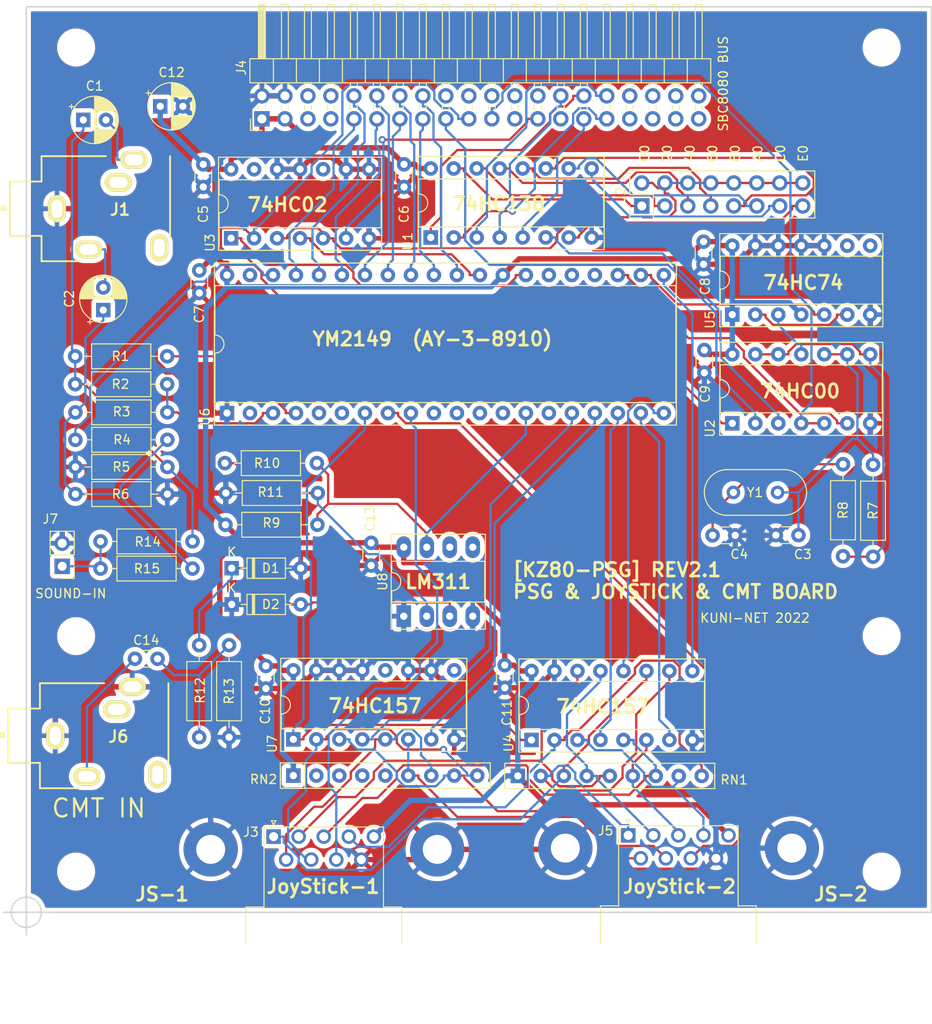
<source format=kicad_pcb>
(kicad_pcb (version 20211014) (generator pcbnew)
  (layers (0 "F.Cu" signal) (31 "B.Cu" signal) (34 "B.Paste" user) (35 "F.Paste" user) (36 "B.SilkS" user "B.Silkscreen") (37 "F.SilkS" user "F.Silkscreen") (38 "B.Mask" user) (39 "F.Mask" user) (44 "Edge.Cuts" user))
  (net 0 "")
  (net 1 "Net-(J1-Pad2)")
  (net 2 "GND")
  (net 3 "Net-(U1-Pad6)")
  (net 4 "Net-(U3-Pad1)")
  (net 5 "VCC")
  (net 6 "Net-(U3-Pad4)")
  (net 7 "D7")
  (net 8 "D6")
  (net 9 "D5")
  (net 10 "D4")
  (net 11 "D3")
  (net 12 "D2")
  (net 13 "D1")
  (net 14 "D0")
  (net 15 "/A5")
  (net 16 "/A6")
  (net 17 "/A7")
  (net 18 "/A3")
  (net 19 "/A4")
  (net 20 "/~{IOWR}")
  (net 21 "/~{IORD}")
  (net 22 "/RES")
  (net 23 "/A0")
  (net 24 "Net-(U4-Pad9)")
  (net 25 "Net-(J3-Pad6)")
  (net 26 "Net-(J3-Pad7)")
  (net 27 "Net-(J3-Pad8)")
  (net 28 "Net-(C3-Pad1)")
  (net 29 "Net-(J2-Pad3)")
  (net 30 "Net-(J5-Pad8)")
  (net 31 "Net-(J5-Pad7)")
  (net 32 "Net-(J5-Pad6)")
  (net 33 "Net-(J5-Pad3)")
  (net 34 "Net-(J5-Pad2)")
  (net 35 "Net-(J5-Pad4)")
  (net 36 "Net-(J5-Pad1)")
  (net 37 "Net-(J1-Pad5)")
  (net 40 "Net-(C4-Pad1)")
  (net 41 "Net-(J2-Pad1)")
  (net 42 "Net-(J2-Pad10)")
  (net 43 "Net-(J2-Pad5)")
  (net 44 "Net-(J2-Pad7)")
  (net 45 "Net-(J2-Pad9)")
  (net 46 "Net-(J2-Pad11)")
  (net 47 "Net-(J2-Pad13)")
  (net 48 "Net-(J2-Pad15)")
  (net 49 "Net-(J3-Pad1)")
  (net 50 "Net-(J3-Pad2)")
  (net 51 "Net-(J3-Pad3)")
  (net 52 "Net-(J3-Pad4)")
  (net 53 "Net-(R1-Pad2)")
  (net 54 "Net-(R2-Pad2)")
  (net 55 "Net-(R4-Pad2)")
  (net 56 "Net-(R7-Pad1)")
  (net 57 "Net-(U2-Pad6)")
  (net 58 "Net-(U2-Pad11)")
  (net 59 "Net-(U4-Pad7)")
  (net 60 "Net-(U4-Pad12)")
  (net 61 "Net-(U4-Pad4)")
  (net 62 "Net-(U4-Pad1)")
  (net 63 "Net-(U5-Pad2)")
  (net 64 "Net-(U5-Pad5)")
  (net 65 "Net-(U6-Pad16)")
  (net 66 "Net-(U6-Pad17)")
  (net 67 "Net-(C14-Pad2)")
  (net 68 "Net-(C14-Pad1)")
  (net 69 "Net-(D1-Pad1)")
  (net 70 "/IOA7")
  (net 71 "Net-(R10-Pad2)")
  (net 72 "Net-(J7-Pad1)")
  (net 94 "Net-(R1-Pad1)")
  (net 95 "Net-(R15-Pad1)")
  (footprint "Resistor_THT:R_Axial_DIN0207_L6.3mm_D2.5mm_P10.16mm_Horizontal" (layer "F.Cu") (at 95.4 88.6)
    (fp_text reference "R1")
    (fp_text value "1k")
  )
  (footprint "Resistor_THT:R_Axial_DIN0207_L6.3mm_D2.5mm_P10.16mm_Horizontal" (layer "F.Cu") (at 95.4 91.68)
    (fp_text reference "R2")
    (fp_text value "2.2k")
  )
  (footprint "Resistor_THT:R_Axial_DIN0207_L6.3mm_D2.5mm_P10.16mm_Horizontal" (layer "F.Cu") (at 105.581 97.82 180)
    (fp_text reference "R4")
    (fp_text value "1k")
  )
  (footprint "Resistor_THT:R_Axial_DIN0207_L6.3mm_D2.5mm_P10.16mm_Horizontal" (layer "F.Cu") (at 105.581 100.82 180)
    (fp_text reference "R5")
    (fp_text value "2.2k")
  )
  (footprint "Resistor_THT:R_Axial_DIN0207_L6.3mm_D2.5mm_P10.16mm_Horizontal" (layer "F.Cu") (at 95.4213 103.82)
    (fp_text reference "R6")
    (fp_text value "2.2k")
  )
  (footprint "Package_DIP:DIP-14_W7.62mm_Socket" (layer "F.Cu") (at 112.625 75.565 90)
    (fp_text reference "U3")
    (fp_text value "74HC02")
  )
  (footprint "MountingHole:MountingHole_3.2mm_M3" (layer "F.Cu") (at 95.5 119.5)
    (fp_text reference "MH3" hide)
    (fp_text value "MountingHole")
  )
  (footprint "MountingHole:MountingHole_3.2mm_M3" (layer "F.Cu") (at 184.5 119.5)
    (fp_text reference "MH4" hide)
    (fp_text value "MountingHole")
  )
  (footprint "Crystal:Crystal_HC49-U_Vertical" (layer "F.Cu") (at 173 103.635 180)
    (fp_text reference "Y1")
    (fp_text value "3.579545MHz")
  )
  (footprint "Capacitor_THT:C_Disc_D3.0mm_W1.6mm_P2.50mm" (layer "F.Cu") (at 175.31 108.35 180)
    (fp_text reference "C3")
    (fp_text value "22p")
  )
  (footprint "Capacitor_THT:C_Disc_D3.0mm_W1.6mm_P2.50mm" (layer "F.Cu") (at 165.82 108.37)
    (fp_text reference "C4")
    (fp_text value "22p")
  )
  (footprint "Capacitor_THT:C_Disc_D3.0mm_W1.6mm_P2.50mm" (layer "F.Cu") (at 109.55 67.4 -90)
    (fp_text reference "C5")
    (fp_text value "0.1u")
  )
  (footprint "Capacitor_THT:C_Disc_D3.0mm_W1.6mm_P2.50mm" (layer "F.Cu") (at 131.73 67.4 -90)
    (fp_text reference "C6")
    (fp_text value "0.1u")
  )
  (footprint "Capacitor_THT:C_Disc_D3.0mm_W1.6mm_P2.50mm" (layer "F.Cu") (at 109.11 79.11 -90)
    (fp_text reference "C7")
    (fp_text value "0.1u")
  )
  (footprint "Resistor_THT:R_Axial_DIN0207_L6.3mm_D2.5mm_P10.16mm_Horizontal" (layer "F.Cu") (at 183.55 110.73 90)
    (fp_text reference "R7")
    (fp_text value "1M")
  )
  (footprint "Resistor_THT:R_Axial_DIN0207_L6.3mm_D2.5mm_P10.16mm_Horizontal" (layer "F.Cu") (at 180.23 110.68 90)
    (fp_text reference "R8")
    (fp_text value "1k")
  )
  (footprint "Package_DIP:DIP-16_W7.62mm_Socket" (layer "F.Cu") (at 119.5 130.9 90)
    (fp_text reference "U7")
    (fp_text value "74HC157")
  )
  (footprint "DSUB:DSUB-9_Male_Horizontal_P2.77x2.54mm_EdgePinOffset9.40mm" (layer "F.Cu") (at 156.5 141.5)
    (fp_text reference "J5")
    (fp_text value "JOYSTICK2")
  )
  (footprint "Capacitor_THT:C_Disc_D3.0mm_W1.6mm_P2.50mm" (layer "F.Cu") (at 116.46 122.79 -90)
    (fp_text reference "C10")
    (fp_text value "0.1u")
  )
  (footprint "Capacitor_THT:C_Disc_D3.0mm_W1.6mm_P2.50mm" (layer "F.Cu") (at 164.91 87.91 -90)
    (fp_text reference "C9")
    (fp_text value "0.1u")
  )
  (footprint "Resistor_THT:R_Array_SIP9" (layer "F.Cu") (at 119.5 134.9)
    (fp_text reference "RN2")
    (fp_text value "10k")
  )
  (footprint "Resistor_THT:R_Array_SIP9" (layer "F.Cu") (at 144.3 134.94)
    (fp_text reference "RN1")
    (fp_text value "10k")
  )
  (footprint "Capacitor_THT:C_Disc_D3.0mm_W1.6mm_P2.50mm" (layer "F.Cu") (at 164.82 75.94 -90)
    (fp_text reference "C8")
    (fp_text value "0.1u")
  )
  (footprint "Capacitor_THT:C_Disc_D3.0mm_W1.6mm_P2.50mm" (layer "F.Cu") (at 142.86 122.7 -90)
    (fp_text reference "C11")
    (fp_text value "0.1u")
  )
  (footprint "AJ-1780:AJ-1780" (layer "F.Cu") (at 91.68 72.3)
    (fp_text reference "J1")
    (fp_text value "Audio-Jack-3_2Switches" hide)
  )
  (footprint "Connector_PinHeader_2.54mm:PinHeader_2x08_P2.54mm_Vertical" (layer "F.Cu") (at 158 72 90)
    (fp_text reference "J2")
    (fp_text value "ADDR JP")
  )
  (footprint "Connector_PinHeader_2.54mm:PinHeader_2x20_P2.54mm_Horizontal" (layer "F.Cu") (at 116.03 62.38 90)
    (fp_text reference "J4")
    (fp_text value "SBC8080 BUS")
  )
  (footprint "Resistor_THT:R_Axial_DIN0207_L6.3mm_D2.5mm_P10.16mm_Horizontal" (layer "F.Cu") (at 95.42 94.79)
    (fp_text reference "R3")
    (fp_text value "2.2k")
  )
  (footprint "Package_DIP:DIP-16_W7.62mm_Socket" (layer "F.Cu") (at 134.68 75.48 90)
    (fp_text reference "U1")
    (fp_text value "74HC138")
  )
  (footprint "Package_DIP:DIP-14_W7.62mm_Socket" (layer "F.Cu") (at 168 96 90)
    (fp_text reference "U2")
    (fp_text value "74HC00")
  )
  (footprint "Package_DIP:DIP-16_W7.62mm_Socket" (layer "F.Cu") (at 145.81 130.97 90)
    (fp_text reference "U4")
    (fp_text value "74HC157")
  )
  (footprint "Package_DIP:DIP-14_W7.62mm_Socket" (layer "F.Cu") (at 168 84 90)
    (fp_text reference "U5")
    (fp_text value "74HC74")
  )
  (footprint "Package_DIP:DIP-40_W15.24mm_Socket" (layer "F.Cu") (at 112.17 94.87 90)
    (fp_text reference "U6")
    (fp_text value "YM2149")
  )
  (footprint "DSUB:DSUB-9_Male_Horizontal_P2.77x2.54mm_EdgePinOffset9.40mm" (layer "F.Cu") (at 117.32 141.64)
    (fp_text reference "J3")
    (fp_text value "JOYSTICK1")
  )
  (footprint "MountingHole:MountingHole_3.2mm_M3" (layer "F.Cu") (at 184.5 54.5)
    (fp_text reference "MH2" hide)
    (fp_text value "MountingHole")
  )
  (footprint "MountingHole:MountingHole_3.2mm_M3" (layer "F.Cu") (at 95.5 54.5)
    (fp_text reference "MH1" hide)
    (fp_text value "MountingHole")
  )
  (footprint "Capacitor_THT:C_Disc_D3.0mm_W1.6mm_P2.50mm" (layer "F.Cu") (at 128.1 109.2 -90)
    (fp_text reference "C13")
    (fp_text value "0.1u")
  )
  (footprint "Capacitor_THT:C_Disc_D3.0mm_W1.6mm_P2.50mm" (layer "F.Cu") (at 102 122)
    (fp_text reference "C14")
    (fp_text value "0.1u")
  )
  (footprint "AJ-1780:AJ-1780" (layer "F.Cu") (at 91.5 130.5)
    (fp_text reference "J6")
    (fp_text value "CMT IN" hide)
  )
  (footprint "MountingHole:MountingHole_3.2mm_M3" (layer "F.Cu") (at 95.5 145.5)
    (fp_text reference "MH5" hide)
    (fp_text value "MountingHole")
  )
  (footprint "MountingHole:MountingHole_3.2mm_M3" (layer "F.Cu") (at 184.5 145.5)
    (fp_text reference "MH6" hide)
    (fp_text value "MountingHole")
  )
  (footprint "Resistor_THT:R_Axial_DIN0207_L6.3mm_D2.5mm_P10.16mm_Horizontal" (layer "F.Cu") (at 112 107.2)
    (fp_text reference "R9")
    (fp_text value "2.2k")
  )
  (footprint "Resistor_THT:R_Axial_DIN0207_L6.3mm_D2.5mm_P10.16mm_Horizontal" (layer "F.Cu") (at 122.1 100.4 180)
    (fp_text reference "R10")
    (fp_text value "470k")
  )
  (footprint "Resistor_THT:R_Axial_DIN0207_L6.3mm_D2.5mm_P10.16mm_Horizontal" (layer "F.Cu") (at 122.2 103.7 180)
    (fp_text reference "R11")
    (fp_text value "4.7k")
  )
  (footprint "Resistor_THT:R_Axial_DIN0207_L6.3mm_D2.5mm_P10.16mm_Horizontal" (layer "F.Cu") (at 109.1 120.5 -90)
    (fp_text reference "R12")
    (fp_text value "12k")
  )
  (footprint "Resistor_THT:R_Axial_DIN0207_L6.3mm_D2.5mm_P10.16mm_Horizontal" (layer "F.Cu") (at 112.4 120.5 -90)
    (fp_text reference "R13")
    (fp_text value "2.2k")
  )
  (footprint "Connector_PinHeader_2.54mm:PinHeader_1x02_P2.54mm_Vertical" (layer "F.Cu") (at 93.96 111.79 180)
    (fp_text reference "J7")
    (fp_text value "SOUND-IN")
  )
  (footprint "Resistor_THT:R_Axial_DIN0207_L6.3mm_D2.5mm_P10.16mm_Horizontal" (layer "F.Cu") (at 108.36 109.04 180)
    (fp_text reference "R14")
    (fp_text value "2.2k")
  )
  (footprint "Resistor_THT:R_Axial_DIN0207_L6.3mm_D2.5mm_P10.16mm_Horizontal" (layer "F.Cu") (at 108.36 112.04 180)
    (fp_text reference "R15")
    (fp_text value "2.2k")
  )
  (footprint "Capacitor_THT:CP_Radial_D5.0mm_P2.50mm" (layer "F.Cu") (at 98.5 83.5 90)
    (fp_text reference "C2")
    (fp_text value "1u")
  )
  (footprint "Diode_THT:D_DO-35_SOD27_P7.62mm_Horizontal" (layer "F.Cu") (at 112.69 112)
    (fp_text reference "D1")
    (fp_text value "1N4148")
  )
  (footprint "Capacitor_THT:CP_Radial_D5.0mm_P2.50mm" (layer "F.Cu") (at 104.7949 61)
    (fp_text reference "C12")
    (fp_text value "10u")
  )
  (footprint "Package_DIP:DIP-8_W7.62mm_Socket_LongPads" (layer "F.Cu") (at 131.7 117.3 90)
    (fp_text reference "U8")
    (fp_text value "LM311")
  )
  (footprint "Capacitor_THT:CP_Radial_D5.0mm_P2.50mm" (layer "F.Cu") (at 96.2949 62.5)
    (fp_text reference "C1")
    (fp_text value "1u")
  )
  (footprint "Diode_THT:D_DO-35_SOD27_P7.62mm_Horizontal" (layer "F.Cu") (at 112.69 116)
    (fp_text reference "D2")
    (fp_text value "1N4148")
  )
  (gr_line (start 190 50) (end 190 150) (layer "Edge.Cuts") (width 0.15))
  (gr_line (start 190 150) (end 90 150) (layer "Edge.Cuts") (width 0.15))
  (gr_line (start 90 50) (end 190 50) (layer "Edge.Cuts") (width 0.15))
  (gr_line (start 90 150) (end 90 50) (layer "Edge.Cuts") (width 0.15))
  (gr_text "E0" (at 175.821549 66.19925 90) (layer "F.SilkS") (effects (font (size 1 1))))
  (gr_text "74HC157" (at 153.69 127.29) (layer "F.SilkS") (effects (font (size 1.5 1.5) (thickness 0.3))))
  (gr_text "74HC02" (at 118.86 71.87) (layer "F.SilkS") (effects (font (size 1.5 1.5) (thickness 0.3))))
  (gr_text "00" (at 158.321549 66.19925 90) (layer "F.SilkS") (effects (font (size 1 1))))
  (gr_text "60" (at 165.821549 66.19925 90) (layer "F.SilkS") (effects (font (size 1 1))))
  (gr_text "KUNI-NET 2022" (at 170.5 117.5) (layer "F.SilkS") (effects (font (size 1 1))))
  (gr_text "C0" (at 173.321549 66.19925 90) (layer "F.SilkS") (effects (font (size 1 1))))
  (gr_text "JS-2" (at 180 148) (layer "F.SilkS") (effects (font (size 1.5 1.5) (thickness 0.3))))
  (gr_text "74HC138" (at 142.19 71.78) (layer "F.SilkS") (effects (font (size 1.5 1.5) (thickness 0.3))))
  (gr_text "SOUND-IN" (at 94.91 114.79) (layer "F.SilkS") (effects (font (size 1 1))))
  (gr_text "JoyStick-2" (at 162.155 147.15) (layer "F.SilkS") (effects (font (size 1.5 1.5) (thickness 0.3))))
  (gr_text "JS-1" (at 105 148) (layer "F.SilkS") (effects (font (size 1.5 1.5) (thickness 0.3))))
  (gr_text "JoyStick-1" (at 122.785 147.15) (layer "F.SilkS") (effects (font (size 1.5 1.5) (thickness 0.3))))
  (gr_text "A0" (at 170.821549 66.19925 90) (layer "F.SilkS") (effects (font (size 1 1))))
  (gr_text "40" (at 163.321549 66.19925 90) (layer "F.SilkS") (effects (font (size 1 1))))
  (gr_text "[KZ80-PSG] REV2.1\nPSG & JOYSTICK & CMT BOARD" (at 143.61 113.39) (layer "F.SilkS") (effects (font (size 1.5 1.5) (thickness 0.3)) (justify left)))
  (gr_text "74HC157" (at 128.53 127.2) (layer "F.SilkS") (effects (font (size 1.5 1.5) (thickness 0.3))))
  (gr_text "20" (at 160.821549 66.19925 90) (layer "F.SilkS") (effects (font (size 1 1))))
  (gr_text "80" (at 168.321549 66.19925 90) (layer "F.SilkS") (effects (font (size 1 1))))
  (gr_text "74HC00" (at 175.48 92.45) (layer "F.SilkS") (effects (font (size 1.5 1.5) (thickness 0.3))))
  (gr_text "SBC8080 BUS" (at 167 58.5 90) (layer "F.SilkS") (effects (font (size 1 1))))
  (gr_text "74HC74" (at 175.85 80.47) (layer "F.SilkS") (effects (font (size 1.5 1.5) (thickness 0.3))))
  (gr_text "CMT IN" (at 98 138.5) (layer "F.SilkS") (effects (font (size 2 2) (thickness 0.25))))
  (gr_text "LM311" (at 135.5 113.5) (layer "F.SilkS") (effects (font (size 1.5 1.5) (thickness 0.3))))
  (gr_text "YM2149  (AY-3-8910)" (at 134.87 86.69) (layer "F.SilkS") (effects (font (size 1.5 1.5) (thickness 0.3))))
  (target plus (at 90 150) (size 5) (width 0.15) (layer "Edge.Cuts"))
  (target plus (at 90 150) (size 5) (width 0.15) (layer "Edge.Cuts"))
  (segment (start 100.0547 63.7598) (end 98.7949 62.5) (width 0.25) (layer "B.Cu") (net 1))
  (segment (start 100.0547 66.9) (end 100.0547 63.7598) (width 0.25) (layer "B.Cu") (net 1))
  (segment (start 101.88 66.9) (end 100.0547 66.9) (width 0.25) (layer "B.Cu") (net 1))
  (segment (start 104.281 103.82) (end 104.0903 103.6293) (width 0.6) (layer "F.Cu") (net 2))
  (segment (start 120.03 125.29) (end 116.46 125.29) (width 0.6) (layer "F.Cu") (net 2))
  (segment (start 127.865 69.2453) (end 128.8448 70.2251) (width 0.6) (layer "F.Cu") (net 2))
  (segment (start 112.4 125.29) (end 116.46 125.29) (width 0.6) (layer "F.Cu") (net 2))
  (segment (start 175.62 76.38) (end 173.08 76.38) (width 0.6) (layer "F.Cu") (net 2))
  (segment (start 110.8697 94.87) (end 106.3227 90.323) (width 0.6) (layer "F.Cu") (net 2))
  (segment (start 151.9956 145.3556) (end 149.55 142.91) (width 0.6) (layer "F.Cu") (net 2))
  (segment (start 120.245 67.945) (end 117.705 67.945) (width 0.6) (layer "F.Cu") (net 2))
  (segment (start 125.7146 145.4804) (end 127.015 144.18) (width 0.6) (layer "F.Cu") (net 2))
  (segment (start 93.38 72.3) (end 107.15 72.3) (width 0.6) (layer "F.Cu") (net 2))
  (segment (start 184.5403 86.6006) (end 184.5403 93.3994) (width 0.6) (layer "F.Cu") (net 2))
  (segment (start 106.3227 90.323) (end 105.4425 90.323) (width 0.6) (layer "F.Cu") (net 2))
  (segment (start 98.2304 103.6293) (end 93.96 107.8997) (width 0.6) (layer "F.Cu") (net 2))
  (segment (start 122.04 123.28) (end 120.03 125.29) (width 0.6) (layer "F.Cu") (net 2))
  (segment (start 120.31 112) (end 121.6103 112) (width 0.6) (layer "F.Cu") (net 2))
  (segment (start 183.24 85.3003) (end 184.5403 86.6006) (width 0.6) (layer "F.Cu") (net 2))
  (segment (start 109.11 81.61) (end 107.15 79.65) (width 0.6) (layer "F.Cu") (net 2))
  (segment (start 93.2 128.4997) (end 96.5997 125.1) (width 0.6) (layer "F.Cu") (net 2))
  (segment (start 173.08 76.38) (end 170.54 76.38) (width 0.6) (layer "F.Cu") (net 2))
  (segment (start 129.1699 69.9) (end 131.73 69.9) (width 0.6) (layer "F.Cu") (net 2))
  (segment (start 107.15 72.3) (end 109.55 69.9) (width 0.6) (layer "F.Cu") (net 2))
  (segment (start 105.4425 90.323) (end 104.2419 89.1224) (width 0.6) (layer "F.Cu") (net 2))
  (segment (start 96.7213 100.82) (end 96.7213 102.1202) (width 0.6) (layer "F.Cu") (net 2))
  (segment (start 182.0004 98.5399) (end 183.24 97.3003) (width 0.6) (layer "F.Cu") (net 2))
  (segment (start 107.0016 103.7) (end 106.8816 103.82) (width 0.6) (layer "F.Cu") (net 2))
  (segment (start 122.04 123.28) (end 123.2797 123.28) (width 0.6) (layer "F.Cu") (net 2))
  (segment (start 116.03 59.84) (end 118.57 59.84) (width 0.6) (layer "F.Cu") (net 2))
  (segment (start 96.7213 102.1202) (end 98.2304 103.6293) (width 0.6) (layer "F.Cu") (net 2))
  (segment (start 183.24 96) (end 183.24 94.6997) (width 0.6) (layer "F.Cu") (net 2))
  (segment (start 104.2419 86.4781) (end 109.11 81.61) (width 0.6) (layer "F.Cu") (net 2))
  (segment (start 172.81 108.35) (end 177.3552 103.8048) (width 0.6) (layer "F.Cu") (net 2))
  (segment (start 182.0004 100.5888) (end 182.0004 98.5399) (width 0.6) (layer "F.Cu") (net 2))
  (segment (start 177.3552 103.8048) (end 178.7844 103.8048) (width 0.6) (layer "F.Cu") (net 2))
  (segment (start 175.62 76.38) (end 178.16 76.38) (width 0.6) (layer "F.Cu") (net 2))
  (segment (start 124.58 123.28) (end 123.2797 123.28) (width 0.6) (layer "F.Cu") (net 2))
  (segment (start 178.7844 103.8048) (end 182.0004 100.5888) (width 0.6) (layer "F.Cu") (net 2))
  (segment (start 127.865 71.2049) (end 127.865 75.565) (width 0.6) (layer "F.Cu") (net 2))
  (segment (start 112.8004 145.4804) (end 125.7146 145.4804) (width 0.6) (layer "F.Cu") (net 2))
  (segment (start 121.5755 66.6145) (end 123.9945 66.6145) (width 0.6) (layer "F.Cu") (net 2))
  (segment (start 183.24 84) (end 183.24 85.3003) (width 0.6) (layer "F.Cu") (net 2))
  (segment (start 127.865 67.945) (end 127.865 69.2453) (width 0.6) (layer "F.Cu") (net 2))
  (segment (start 184.5403 93.3994) (end 183.24 94.6997) (width 0.6) (layer "F.Cu") (net 2))
  (segment (start 101.7 125.1) (end 103.7003 125.1) (width 0.6) (layer "F.Cu") (net 2))
  (segment (start 134.74 123.28) (end 136.66 125.2) (width 0.6) (layer "F.Cu") (net 2))
  (segment (start 142.86 125.2) (end 146.5 125.2) (width 0.6) (layer "F.Cu") (net 2))
  (segment (start 93.96 109.25) (end 93.96 107.8997) (width 0.6) (layer "F.Cu") (net 2))
  (segment (start 112.04 103.7) (end 107.0016 103.7) (width 0.6) (layer "F.Cu") (net 2))
  (segment (start 112.4 125.29) (end 112.4 130.66) (width 0.6) (layer "F.Cu") (net 2))
  (segment (start 93.2 130.5) (end 93.2 128.4997) (width 0.6) (layer "F.Cu") (net 2))
  (segment (start 125.325 67.945) (end 126.5647 67.945) (width 0.6) (layer "F.Cu") (net 2))
  (segment (start 104.0903 103.6293) (end 98.2304 103.6293) (width 0.6) (layer "F.Cu") (net 2))
  (segment (start 128.8448 70.2251) (end 129.1699 69.9) (width 0.6) (layer "F.Cu") (net 2))
  (segment (start 164.8794 145.3556) (end 151.9956 145.3556) (width 0.6) (layer "F.Cu") (net 2))
  (segment (start 136.66 125.2) (end 142.86 125.2) (width 0.6) (layer "F.Cu") (net 2))
  (segment (start 127.865 67.945) (end 126.5647 67.945) (width 0.6) (layer "F.Cu") (net 2))
  (segment (start 105.5813 103.82) (end 106.8816 103.82) (width 0.6) (layer "F.Cu") (net 2))
  (segment (start 146.5 125.2) (end 148.35 123.35) (width 0.6) (layer "F.Cu") (net 2))
  (segment (start 103.8903 125.29) (end 112.4 125.29) (width 0.6) (layer "F.Cu") (net 2))
  (segment (start 121.9103 111.7) (end 121.6103 112) (width 0.6) (layer "F.Cu") (net 2))
  (segment (start 105.5813 103.82) (end 104.281 103.82) (width 0.6) (layer "F.Cu") (net 2))
  (segment (start 120.245 67.945) (end 121.5755 66.6145) (width 0.6) (layer "F.Cu") (net 2))
  (segment (start 170.54 76.38) (end 168.48 78.44) (width 0.6) (layer "F.Cu") (net 2))
  (segment (start 134.27 144.18) (end 135.4 143.05) (width 0.6) (layer "F.Cu") (net 2))
  (segment (start 104.2419 89.1224) (end 104.2419 86.4781) (width 0.6) (layer "F.Cu") (net 2))
  (segment (start 168.48 78.44) (end 164.82 78.44) (width 0.6) (layer "F.Cu") (net 2))
  (segment (start 107.15 79.65) (end 107.15 72.3) (width 0.6) (layer "F.Cu") (net 2))
  (segment (start 132.2 123.28) (end 134.74 123.28) (width 0.6) (layer "F.Cu") (net 2))
  (segment (start 96.5997 125.1) (end 101.7 125.1) (width 0.6) (layer "F.Cu") (net 2))
  (segment (start 127.015 144.18) (end 134.27 144.18) (width 0.6) (layer "F.Cu") (net 2))
  (segment (start 166.195 144.04) (end 164.8794 145.3556) (width 0.6) (layer "F.Cu") (net 2))
  (segment (start 103.7003 125.1) (end 103.8903 125.29) (width 0.6) (layer "F.Cu") (net 2))
  (segment (start 95.421 100.82) (end 96.7213 100.82) (width 0.6) (layer "F.Cu") (net 2))
  (segment (start 149.41 143.05) (end 149.55 142.91) (width 0.6) (layer "F.Cu") (net 2))
  (segment (start 112.17 94.87) (end 110.8697 94.87) (width 0.6) (layer "F.Cu") (net 2))
  (segment (start 135.4 143.05) (end 149.41 143.05) (width 0.6) (layer "F.Cu") (net 2))
  (segment (start 123.9945 66.6145) (end 125.325 67.945) (width 0.6) (layer "F.Cu") (net 2))
  (segment (start 110.37 143.05) (end 112.8004 145.4804) (width 0.6) (layer "F.Cu") (net 2))
  (segment (start 127.12 123.28) (end 124.58 123.28) (width 0.6) (layer "F.Cu") (net 2))
  (segment (start 128.8448 70.2251) (end 127.865 71.2049) (width 0.6) (layer "F.Cu") (net 2))
  (segment (start 183.24 96) (end 183.24 97.3003) (width 0.6) (layer "F.Cu") (net 2))
  (segment (start 128.1 111.7) (end 121.9103 111.7) (width 0.6) (layer "F.Cu") (net 2))
  (segment (start 116.03 59.84) (end 114.6796 61.1904) (width 0.6) (layer "B.Cu") (net 2))
  (segment (start 161.86 75.48) (end 152.46 75.48) (width 0.6) (layer "B.Cu") (net 2))
  (segment (start 139.0197 119.0003) (end 134.74 123.28) (width 0.6) (layer "B.Cu") (net 2))
  (segment (start 110.6091 100.9688) (end 110.6091 97.7312) (width 0.6) (layer "B.Cu") (net 2))
  (segment (start 110.37 143.05) (end 110.37 133.9903) (width 0.6) (layer "B.Cu") (net 2))
  (segment (start 114.6796 63.6193) (end 117.705 66.6447) (width 0.6) (layer "B.Cu") (net 2))
  (segment (start 166.195 142.91) (end 174.58 142.91) (width 0.6) (layer "B.Cu") (net 2))
  (segment (start 131.7 121.9638) (end 128.4362 121.9638) (width 0.6) (layer "B.Cu") (net 2))
  (segment (start 128.4362 121.9638) (end 127.12 123.28) (width 0.6) (layer "B.Cu") (net 2))
  (segment (start 132.2 123.28) (end 132.2 121.9797) (width 0.6) (layer "B.Cu") (net 2))
  (segment (start 112.04 103.7) (end 112.04 102.3997) (width 0.6) (layer "B.Cu") (net 2))
  (segment (start 178.2206 77.6803) (end 178.16 77.6803) (width 0.6) (layer "B.Cu") (net 2))
  (segment (start 109.55 69.9) (end 110.8504 68.5996) (width 0.6) (layer "B.Cu") (net 2))
  (segment (start 183.24 84) (end 183.24 82.6997) (width 0.6) (layer "B.Cu") (net 2))
  (segment (start 164.91 90.41) (end 164.91 104.96) (width 0.6) (layer "B.Cu") (net 2))
  (segment (start 131.7 115.3) (end 131.7 117.3) (width 0.6) (layer "B.Cu") (net 2))
  (segment (start 168.32 124.9397) (end 168.32 108.37) (width 0.6) (layer "B.Cu") (net 2))
  (segment (start 163.59 130.97) (end 163.59 129.6697) (width 0.6) (layer "B.Cu") (net 2))
  (segment (start 166.195 142.91) (end 166.195 134.6315) (width 0.6) (layer "B.Cu") (net 2))
  (segment (start 166.195 134.6315) (end 163.8338 132.2703) (width 0.6) (layer "B.Cu") (net 2))
  (segment (start 111.4624 67.2682) (end 111.4624 65.1675) (width 0.6) (layer "B.Cu") (net 2))
  (segment (start 168.32 108.37) (end 172.79 108.37) (width 0.6) (layer "B.Cu") (net 2))
  (segment (start 113.9903 116) (end 113.9903 114.6997) (width 0.6) (layer "B.Cu") (net 2))
  (segment (start 112.04 103.7) (end 112.04 105.0003) (width 0.6) (layer "B.Cu") (net 2))
  (segment (start 111.4624 65.1675) (end 107.2949 61) (width 0.6) (layer "B.Cu") (net 2))
  (segment (start 110.6091 97.7312) (end 112.17 96.1703) (width 0.6) (layer "B.Cu") (net 2))
  (segment (start 142.86 125.2) (end 138.4603 129.5997) (width 0.6) (layer "B.Cu") (net 2))
  (segment (start 110.8504 68.5996) (end 110.8504 67.8802) (width 0.6) (layer "B.Cu") (net 2))
  (segment (start 178.16 76.38) (end 178.16 77.6803) (width 0.6) (layer "B.Cu") (net 2))
  (segment (start 139.32 119.0003) (end 139.0197 119.0003) (width 0.6) (layer "B.Cu") (net 2))
  (segment (start 112.04 102.3997) (end 110.6091 100.9688) (width 0.6) (layer "B.Cu") (net 2))
  (segment (start 113.9903 114.6997) (end 116.69 112) (width 0.6) (layer "B.Cu") (net 2))
  (segment (start 166.195 144.04) (end 166.195 142.91) (width 0.6) (layer "B.Cu") (net 2))
  (segment (start 131.7 117.3) (end 131.7 119.0003) (width 0.6) (layer "B.Cu") (net 2))
  (segment (start 116.69 109.6503) (end 116.69 112) (width 0.6) (layer "B.Cu") (net 2))
  (segment (start 163.59 130.97) (end 163.59 132.2703) (width 0.6) (layer "B.Cu") (net 2))
  (segment (start 116.69 112) (end 119.0097 112) (width 0.6) (layer "B.Cu") (net 2))
  (segment (start 113.1314 65.1675) (end 111.4624 65.1675) (width 0.6) (layer "B.Cu") (net 2))
  (segment (start 110.8504 67.8802) (end 111.4624 67.2682) (width 0.6) (layer "B.Cu") (net 2))
  (segment (start 112.69 116) (end 113.9903 116) (width 0.6) (layer "B.Cu") (net 2))
  (segment (start 137.28 130.9) (end 137.28 129.5997) (width 0.6) (layer "B.Cu") (net 2))
  (segment (start 128.1 111.7) (end 131.7 115.3) (width 0.6) (layer "B.Cu") (net 2))
  (segment (start 172.79 108.37) (end 172.81 108.35) (width 0.6) (layer "B.Cu") (net 2))
  (segment (start 131.7 119.0003) (end 131.7 121.9638) (width 0.6) (layer "B.Cu") (net 2))
  (segment (start 120.31 112) (end 119.0097 112) (width 0.6) (layer "B.Cu") (net 2))
  (segment (start 114.6796 61.1904) (end 114.6796 63.6193) (width 0.6) (layer "B.Cu") (net 2))
  (segment (start 163.59 129.6697) (end 168.32 124.9397) (width 0.6) (layer "B.Cu") (net 2))
  (segment (start 163.8338 132.2703) (end 163.59 132.2703) (width 0.6) (layer "B.Cu") (net 2))
  (segment (start 138.4603 129.5997) (end 137.28 129.5997) (width 0.6) (layer "B.Cu") (net 2))
  (segment (start 112.04 105.0003) (end 116.69 109.6503) (width 0.6) (layer "B.Cu") (net 2))
  (segment (start 112.17 94.87) (end 112.17 96.1703) (width 0.6) (layer "B.Cu") (net 2))
  (segment (start 131.7159 121.9797) (end 131.7 121.9638) (width 0.6) (layer "B.Cu") (net 2))
  (segment (start 112.4 130.66) (end 112.4 131.9603) (width 0.6) (layer "B.Cu") (net 2))
  (segment (start 114.6796 63.6193) (end 113.1314 65.1675) (width 0.6) (layer "B.Cu") (net 2))
  (segment (start 117.705 67.945) (end 117.705 66.6447) (width 0.6) (layer "B.Cu") (net 2))
  (segment (start 139.32 117.3) (end 139.32 119.0003) (width 0.6) (layer "B.Cu") (net 2))
  (segment (start 110.37 133.9903) (end 112.4 131.9603) (width 0.6) (layer "B.Cu") (net 2))
  (segment (start 132.2 121.9797) (end 131.7159 121.9797) (width 0.6) (layer "B.Cu") (net 2))
  (segment (start 164.91 104.96) (end 168.32 108.37) (width 0.6) (layer "B.Cu") (net 2))
  (segment (start 164.82 78.44) (end 161.86 75.48) (width 0.6) (layer "B.Cu") (net 2))
  (segment (start 183.24 82.6997) (end 178.2206 77.6803) (width 0.6) (layer "B.Cu") (net 2))
  (segment (start 172.8842 94.8747) (end 166.6899 88.6804) (width 0.25) (layer "B.Cu") (net 3))
  (segment (start 173.08 96) (end 173.08 94.8747) (width 0.25) (layer "B.Cu") (net 3))
  (segment (start 149.9864 77.2425) (end 148.5053 75.7614) (width 0.25) (layer "B.Cu") (net 3))
  (segment (start 166.6899 88.6804) (end 166.6899 83.6516) (width 0.25) (layer "B.Cu") (net 3))
  (segment (start 160.2808 77.2425) (end 149.9864 77.2425) (width 0.25) (layer "B.Cu") (net 3))
  (segment (start 173.08 94.8747) (end 172.8842 94.8747) (width 0.25) (layer "B.Cu") (net 3))
  (segment (start 166.6899 83.6516) (end 160.2808 77.2425) (width 0.25) (layer "B.Cu") (net 3))
  (segment (start 148.5053 75.7614) (end 148.5053 75.48) (width 0.25) (layer "B.Cu") (net 3))
  (segment (start 147.38 75.48) (end 148.5053 75.48) (width 0.25) (layer "B.Cu") (net 3))
  (segment (start 113.7503 75.8463) (end 113.7503 75.565) (width 0.25) (layer "F.Cu") (net 4))
  (segment (start 144.0647 79.63) (end 144.0647 79.9113) (width 0.25) (layer "F.Cu") (net 4))
  (segment (start 126.14 79.9532) (end 126.14 79.3084) (width 0.25) (layer "F.Cu") (net 4))
  (segment (start 143.1673 80.8087) (end 126.9955 80.8087) (width 0.25) (layer "F.Cu") (net 4))
  (segment (start 116.4086 78.5046) (end 113.7503 75.8463) (width 0.25) (layer "F.Cu") (net 4))
  (segment (start 145.19 79.63) (end 144.0647 79.63) (width 0.25) (layer "F.Cu") (net 4))
  (segment (start 125.3362 78.5046) (end 116.4086 78.5046) (width 0.25) (layer "F.Cu") (net 4))
  (segment (start 112.625 75.565) (end 113.7503 75.565) (width 0.25) (layer "F.Cu") (net 4))
  (segment (start 126.9955 80.8087) (end 126.14 79.9532) (width 0.25) (layer "F.Cu") (net 4))
  (segment (start 144.0647 79.9113) (end 143.1673 80.8087) (width 0.25) (layer "F.Cu") (net 4))
  (segment (start 126.14 79.3084) (end 125.3362 78.5046) (width 0.25) (layer "F.Cu") (net 4))
  (segment (start 132.9197 67.4) (end 133.3797 67.86) (width 0.6) (layer "F.Cu") (net 5))
  (segment (start 166.6997 76.38) (end 166.2597 75.94) (width 0.6) (layer "F.Cu") (net 5))
  (segment (start 116.46 122.4728) (end 116.46 122.79) (width 0.6) (layer "F.Cu") (net 5))
  (segment (start 109.11 79.11) (end 110.7103 77.5097) (width 0.6) (layer "F.Cu") (net 5))
  (segment (start 118.57 62.38) (end 121.7717 65.5817) (width 0.6) (layer "F.Cu") (net 5))
  (segment (start 128.1 109.2) (end 114 109.2) (width 0.6) (layer "F.Cu") (net 5))
  (segment (start 168 88.38) (end 165.38 88.38) (width 0.6) (layer "F.Cu") (net 5))
  (segment (start 131.73 67.4) (end 132.9197 67.4) (width 0.6) (layer "F.Cu") (net 5))
  (segment (start 110.8505 77.5097) (end 110.8505 67.945) (width 0.6) (layer "F.Cu") (net 5))
  (segment (start 145.81 123.35) (end 144.5097 123.35) (width 0.6) (layer "F.Cu") (net 5))
  (segment (start 144.3 134.94) (end 147.485 138.125) (width 0.6) (layer "F.Cu") (net 5))
  (segment (start 143.8597 122.7) (end 144.5097 123.35) (width 0.6) (layer "F.Cu") (net 5))
  (segment (start 165.38 88.38) (end 164.91 87.91) (width 0.6) (layer "F.Cu") (net 5))
  (segment (start 131.7 109.68) (end 128.58 109.68) (width 0.6) (layer "F.Cu") (net 5))
  (segment (start 112.17 79.63) (end 112.17 78.3297) (width 0.6) (layer "F.Cu") (net 5))
  (segment (start 129.9117 65.5817) (end 131.73 67.4) (width 0.6) (layer "F.Cu") (net 5))
  (segment (start 135.6613 111.3803) (end 142.86 118.579) (width 0.6) (layer "F.Cu") (net 5))
  (segment (start 118.57 62.38) (end 117.3803 62.38) (width 0.6) (layer "F.Cu") (net 5))
  (segment (start 168 76.38) (end 166.6997 76.38) (width 0.6) (layer "F.Cu") (net 5))
  (segment (start 131.7 111.3803) (end 135.6613 111.3803) (width 0.6) (layer "F.Cu") (net 5))
  (segment (start 147.485 138.125) (end 164.205 138.125) (width 0.6) (layer "F.Cu") (net 5))
  (segment (start 113.5625 108.7625) (end 111.3744 110.9506) (width 0.6) (layer "F.Cu") (net 5))
  (segment (start 113.1156 66.6447) (end 116.03 63.7303) (width 0.6) (layer "F.Cu") (net 5))
  (segment (start 142.65 79.63) (end 144.442 77.838) (width 0.6) (layer "F.Cu") (net 5))
  (segment (start 110.095 67.945) (end 110.8505 67.945) (width 0.6) (layer "F.Cu") (net 5))
  (segment (start 162.922 77.838) (end 164.82 75.94) (width 0.6) (layer "F.Cu") (net 5))
  (segment (start 128.58 109.68) (end 128.1 109.2) (width 0.6) (layer "F.Cu") (net 5))
  (segment (start 113.5625 108.7625) (end 112 107.2) (width 0.6) (layer "F.Cu") (net 5))
  (segment (start 110.8505 67.945) (end 112.625 67.945) (width 0.6) (layer "F.Cu") (net 5))
  (segment (start 116.03 62.38) (end 116.03 63.7303) (width 0.6) (layer "F.Cu") (net 5))
  (segment (start 111.3744 110.9506) (end 111.3744 117.3872) (width 0.6) (layer "F.Cu") (net 5))
  (segment (start 112.625 67.945) (end 112.625 66.6447) (width 0.6) (layer "F.Cu") (net 5))
  (segment (start 166.2597 75.94) (end 164.82 75.94) (width 0.6) (layer "F.Cu") (net 5))
  (segment (start 116.03 62.38) (end 117.3803 62.38) (width 0.6) (layer "F.Cu") (net 5))
  (segment (start 142.86 118.579) (end 142.86 122.7) (width 0.6) (layer "F.Cu") (net 5))
  (segment (start 121.7717 65.5817) (end 129.9117 65.5817) (width 0.6) (layer "F.Cu") (net 5))
  (segment (start 119.5 123.28) (end 118.1997 123.28) (width 0.6) (layer "F.Cu") (net 5))
  (segment (start 112.17 78.3297) (end 111.6705 78.3297) (width 0.6) (layer "F.Cu") (net 5))
  (segment (start 117.7097 122.79) (end 118.1997 123.28) (width 0.6) (layer "F.Cu") (net 5))
  (segment (start 112.625 66.6447) (end 113.1156 66.6447) (width 0.6) (layer "F.Cu") (net 5))
  (segment (start 144.442 77.838) (end 162.922 77.838) (width 0.6) (layer "F.Cu") (net 5))
  (segment (start 110.7103 77.5097) (end 110.8505 77.5097) (width 0.6) (layer "F.Cu") (net 5))
  (segment (start 134.68 67.86) (end 133.3797 67.86) (width 0.6) (layer "F.Cu") (net 5))
  (segment (start 109.55 67.4) (end 110.095 67.945) (width 0.6) (layer "F.Cu") (net 5))
  (segment (start 131.7 109.68) (end 131.7 111.3803) (width 0.6) (layer "F.Cu") (net 5))
  (segment (start 114 109.2) (end 113.5625 108.7625) (width 0.6) (layer "F.Cu") (net 5))
  (segment (start 164.205 138.125) (end 167.58 141.5) (width 0.6) (layer "F.Cu") (net 5))
  (segment (start 111.3744 117.3872) (end 116.46 122.4728) (width 0.6) (layer "F.Cu") (net 5))
  (segment (start 142.86 122.7) (end 143.8597 122.7) (width 0.6) (layer "F.Cu") (net 5))
  (segment (start 116.46 122.79) (end 117.7097 122.79) (width 0.6) (layer "F.Cu") (net 5))
  (segment (start 111.6705 78.3297) (end 110.8505 77.5097) (width 0.6) (layer "F.Cu") (net 5))
  (segment (start 104.7949 62.6449) (end 104.7949 61) (width 0.6) (layer "B.Cu") (net 5))
  (segment (start 118.1997 125.8806) (end 119.5 124.5803) (width 0.6) (layer "B.Cu") (net 5))
  (segment (start 142.9997 134.94) (end 140.3061 137.6336) (width 0.6) (layer "B.Cu") (net 5))
  (segment (start 168 84) (end 168 88.38) (width 0.6) (layer "B.Cu") (net 5))
  (segment (start 112.17 80.9303) (end 109.8088 83.2915) (width 0.6) (layer "B.Cu") (net 5))
  (segment (start 132.4064 137.6336) (end 128.4 141.64) (width 0.6) (layer "B.Cu") (net 5))
  (segment (start 174.306 82.686) (end 168 82.686) (width 0.6) (layer "B.Cu") (net 5))
  (segment (start 119.5 134.9) (end 119.5 133.5997) (width 0.6) (layer "B.Cu") (net 5))
  (segment (start 112.17 79.63) (end 112.17 80.7302) (width 0.6) (layer "B.Cu") (net 5))
  (segment (start 175.62 84) (end 174.306 82.686) (width 0.6) (layer "B.Cu") (net 5))
  (segment (start 118.1997 132.2994) (end 118.1997 125.8806) (width 0.6) (layer "B.Cu") (net 5))
  (segment (start 119.5 123.28) (end 119.5 124.5803) (width 0.6) (layer "B.Cu") (net 5))
  (segment (start 144.3 126.1603) (end 144.3 134.94) (width 0.6) (layer "B.Cu") (net 5))
  (segment (start 141.3497 80.9303) (end 142.65 79.63) (width 0.6) (layer "B.Cu") (net 5))
  (segment (start 168 76.38) (end 168 82.686) (width 0.6) (layer "B.Cu") (net 5))
  (segment (start 109.8088 105.0088) (end 112 107.2) (width 0.6) (layer "B.Cu") (net 5))
  (segment (start 145.81 124.6503) (end 144.3 126.1603) (width 0.6) (layer "B.Cu") (net 5))
  (segment (start 119.5 133.5997) (end 118.1997 132.2994) (width 0.6) (layer "B.Cu") (net 5))
  (segment (start 168 82.686) (end 168 84) (width 0.6) (layer "B.Cu") (net 5))
  (segment (start 145.81 123.35) (end 145.81 124.6503) (width 0.6) (layer "B.Cu") (net 5))
  (segment (start 144.3 134.94) (end 142.9997 134.94) (width 0.6) (layer "B.Cu") (net 5))
  (segment (start 109.55 67.4) (end 104.7949 62.6449) (width 0.6) (layer "B.Cu") (net 5))
  (segment (start 112.17 80.9303) (end 141.3497 80.9303) (width 0.6) (layer "B.Cu") (net 5))
  (segment (start 140.3061 137.6336) (end 132.4064 137.6336) (width 0.6) (layer "B.Cu") (net 5))
  (segment (start 109.8088 83.2915) (end 109.8088 105.0088) (width 0.6) (layer "B.Cu") (net 5))
  (segment (start 112.17 80.7302) (end 112.17 80.9303) (width 0.6) (layer "B.Cu") (net 5))
  (segment (start 121.3703 75.565) (end 121.3703 75.7946) (width 0.25) (layer "F.Cu") (net 6))
  (segment (start 136.963 77.327) (end 138.9847 79.3487) (width 0.25) (layer "F.Cu") (net 6))
  (segment (start 122.9027 77.327) (end 136.963 77.327) (width 0.25) (layer "F.Cu") (net 6))
  (segment (start 138.9847 79.3487) (end 138.9847 79.63) (width 0.25) (layer "F.Cu") (net 6))
  (segment (start 120.245 75.565) (end 121.3703 75.565) (width 0.25) (layer "F.Cu") (net 6))
  (segment (start 140.11 79.63) (end 138.9847 79.63) (width 0.25) (layer "F.Cu") (net 6))
  (segment (start 121.3703 75.7946) (end 122.9027 77.327) (width 0.25) (layer "F.Cu") (net 6))
  (segment (start 135.8337 76.7684) (end 135.8337 65.5693) (width 0.25) (layer "B.Cu") (net 7))
  (segment (start 135.8337 65.5693) (end 134.9853 64.7209) (width 0.25) (layer "B.Cu") (net 7))
  (segment (start 137.57 79.63) (end 137.57 78.5047) (width 0.25) (layer "B.Cu") (net 7))
  (segment (start 134.1774 61.0153) (end 133.81 61.0153) (width 0.25) (layer "B.Cu") (net 7))
  (segment (start 134.9853 64.7209) (end 134.9853 61.8232) (width 0.25) (layer "B.Cu") (net 7))
  (segment (start 134.9853 61.8232) (end 134.1774 61.0153) (width 0.25) (layer "B.Cu") (net 7))
  (segment (start 133.81 59.84) (end 133.81 61.0153) (width 0.25) (layer "B.Cu") (net 7))
  (segment (start 137.57 78.5047) (end 135.8337 76.7684) (width 0.25) (layer "B.Cu") (net 7))
  (segment (start 133.81 62.38) (end 133.81 63.5553) (width 0.25) (layer "B.Cu") (net 8))
  (segment (start 135.03 78.5047) (end 133.5164 76.9911) (width 0.25) (layer "B.Cu") (net 8))
  (segment (start 135.03 79.63) (end 135.03 78.5047) (width 0.25) (layer "B.Cu") (net 8))
  (segment (start 133.5164 76.9911) (end 133.5164 63.8489) (width 0.25) (layer "B.Cu") (net 8))
  (segment (start 133.5164 63.8489) (end 133.81 63.5553) (width 0.25) (layer "B.Cu") (net 8))
  (segment (start 131.6374 61.0153) (end 131.27 61.0153) (width 0.25) (layer "B.Cu") (net 9))
  (segment (start 131.27 59.84) (end 131.27 61.0153) (width 0.25) (layer "B.Cu") (net 9))
  (segment (start 132.49 78.5047) (end 132.8554 78.1393) (width 0.25) (layer "B.Cu") (net 9))
  (segment (start 132.8554 78.1393) (end 132.8554 65.2361) (width 0.25) (layer "B.Cu") (net 9))
  (segment (start 132.49 79.63) (end 132.49 78.5047) (width 0.25) (layer "B.Cu") (net 9))
  (segment (start 132.4453 64.826) (end 132.4453 61.8232) (width 0.25) (layer "B.Cu") (net 9))
  (segment (start 132.8554 65.2361) (end 132.4453 64.826) (width 0.25) (layer "B.Cu") (net 9))
  (segment (start 132.4453 61.8232) (end 131.6374 61.0153) (width 0.25) (layer "B.Cu") (net 9))
  (segment (start 131.27 62.38) (end 131.27 63.5553) (width 0.25) (layer "B.Cu") (net 10))
  (segment (start 129.95 78.5047) (end 130.4933 77.9614) (width 0.25) (layer "B.Cu") (net 10))
  (segment (start 130.4933 64.332) (end 131.27 63.5553) (width 0.25) (layer "B.Cu") (net 10))
  (segment (start 130.4933 77.9614) (end 130.4933 64.332) (width 0.25) (layer "B.Cu") (net 10))
  (segment (start 129.95 79.63) (end 129.95 78.5047) (width 0.25) (layer "B.Cu") (net 10))
  (segment (start 130.043 61.961) (end 129.0973 61.0153) (width 0.25) (layer "B.Cu") (net 11))
  (segment (start 129.0973 61.0153) (end 128.73 61.0153) (width 0.25) (layer "B.Cu") (net 11))
  (segment (start 127.41 79.63) (end 127.41 78.5047) (width 0.25) (layer "B.Cu") (net 11))
  (segment (start 130.043 75.8717) (end 130.043 61.961) (width 0.25) (layer "B.Cu") (net 11))
  (segment (start 127.41 78.5047) (end 130.043 75.8717) (width 0.25) (layer "B.Cu") (net 11))
  (segment (start 128.73 59.84) (end 128.73 61.0153) (width 0.25) (layer "B.Cu") (net 11))
  (segment (start 129.0024 65.7614) (end 129.0024 68.4187) (width 0.25) (layer "B.Cu") (net 12))
  (segment (start 128.73 62.38) (end 128.73 63.5553) (width 0.25) (layer "B.Cu") (net 12))
  (segment (start 128.5924 63.6929) (end 128.5924 65.3514) (width 0.25) (layer "B.Cu") (net 12))
  (segment (start 128.73 63.5553) (end 128.5924 63.6929) (width 0.25) (layer "B.Cu") (net 12))
  (segment (start 129.0024 68.4187) (end 124.1805 73.2406) (width 0.25) (layer "B.Cu") (net 12))
  (segment (start 124.87 79.63) (end 124.87 78.5047) (width 0.25) (layer "B.Cu") (net 12))
  (segment (start 128.5924 65.3514) (end 129.0024 65.7614) (width 0.25) (layer "B.Cu") (net 12))
  (segment (start 124.1805 77.8152) (end 124.87 78.5047) (width 0.25) (layer "B.Cu") (net 12))
  (segment (start 124.1805 73.2406) (end 124.1805 77.8152) (width 0.25) (layer "B.Cu") (net 12))
  (segment (start 126.6404 69.4078) (end 126.6404 65.6783) (width 0.25) (layer "B.Cu") (net 13))
  (segment (start 121.6169 77.7916) (end 121.6169 74.4313) (width 0.25) (layer "B.Cu") (net 13))
  (segment (start 121.6169 74.4313) (end 126.6404 69.4078) (width 0.25) (layer "B.Cu") (net 13))
  (segment (start 122.33 79.63) (end 122.33 78.5047) (width 0.25) (layer "B.Cu") (net 13))
  (segment (start 126.19 59.84) (end 126.19 61.0153) (width 0.25) (layer "B.Cu") (net 13))
  (segment (start 126.6404 65.6783) (end 127.3653 64.9534) (width 0.25) (layer "B.Cu") (net 13))
  (segment (start 127.3653 61.8232) (end 126.5574 61.0153) (width 0.25) (layer "B.Cu") (net 13))
  (segment (start 127.3653 64.9534) (end 127.3653 61.8232) (width 0.25) (layer "B.Cu") (net 13))
  (segment (start 122.33 78.5047) (end 121.6169 77.7916) (width 0.25) (layer "B.Cu") (net 13))
  (segment (start 126.5574 61.0153) (end 126.19 61.0153) (width 0.25) (layer "B.Cu") (net 13))
  (segment (start 123.9466 65.7987) (end 126.19 63.5553) (width 0.25) (layer "B.Cu") (net 14))
  (segment (start 119.0769 74.9826) (end 123.9466 70.1129) (width 0.25) (layer "B.Cu") (net 14))
  (segment (start 126.19 62.38) (end 126.19 63.5553) (width 0.25) (layer "B.Cu") (net 14))
  (segment (start 119.79 78.5047) (end 119.0769 77.7916) (width 0.25) (layer "B.Cu") (net 14))
  (segment (start 119.79 79.63) (end 119.79 78.5047) (width 0.25) (layer "B.Cu") (net 14))
  (segment (start 123.9466 70.1129) (end 123.9466 65.7987) (width 0.25) (layer "B.Cu") (net 14))
  (segment (start 119.0769 77.7916) (end 119.0769 74.9826) (width 0.25) (layer "B.Cu") (net 14))
  (segment (start 135.8053 73.2294) (end 135.8053 67.6229) (width 0.25) (layer "F.Cu") (net 15))
  (segment (start 151.59 59.84) (end 150.4147 59.84) (width 0.25) (layer "F.Cu") (net 15))
  (segment (start 134.68 75.48) (end 134.68 74.3547) (width 0.25) (layer "F.Cu") (net 15))
  (segment (start 149.6068 61.0153) (end 150.4147 60.2074) (width 0.25) (layer "F.Cu") (net 15))
  (segment (start 137.605 65.8232) (end 144.7292 65.8232) (width 0.25) (layer "F.Cu") (net 15))
  (segment (start 147.8746 61.8544) (end 148.7137 61.0153) (width 0.25) (layer "F.Cu") (net 15))
  (segment (start 144.7292 65.8232) (end 147.8746 62.6778) (width 0.25) (layer "F.Cu") (net 15))
  (segment (start 147.8746 62.6778) (end 147.8746 61.8544) (width 0.25) (layer "F.Cu") (net 15))
  (segment (start 134.68 74.3547) (end 135.8053 73.2294) (width 0.25) (layer "F.Cu") (net 15))
  (segment (start 150.4147 60.2074) (end 150.4147 59.84) (width 0.25) (layer "F.Cu") (net 15))
  (segment (start 135.8053 67.6229) (end 137.605 65.8232) (width 0.25) (layer "F.Cu") (net 15))
  (segment (start 148.7137 61.0153) (end 149.6068 61.0153) (width 0.25) (layer "F.Cu") (net 15))
  (segment (start 137.22 75.48) (end 138.3453 75.48) (width 0.25) (layer "F.Cu") (net 16))
  (segment (start 138.3453 75.1987) (end 140.9705 72.5735) (width 0.25) (layer "F.Cu") (net 16))
  (segment (start 140.9705 72.5735) (end 143.7025 72.5735) (width 0.25) (layer "F.Cu") (net 16))
  (segment (start 138.3453 75.48) (end 138.3453 75.1987) (width 0.25) (layer "F.Cu") (net 16))
  (via (at 143.7025 72.5735) (size 0.8) (drill 0.4) (layers "F.Cu" "B.Cu") (net 16))
  (segment (start 143.7025 72.5735) (end 146.1761 70.0999) (width 0.25) (layer "B.Cu") (net 16))
  (segment (start 146.1761 70.0999) (end 146.1761 67.1541) (width 0.25) (layer "B.Cu") (net 16))
  (segment (start 150.4146 62.9156) (end 150.4146 61.8544) (width 0.25) (layer "B.Cu") (net 16))
  (segment (start 151.0643 61.2047) (end 152.1468 61.2047) (width 0.25) (layer "B.Cu") (net 16))
  (segment (start 150.4146 61.8544) (end 151.0643 61.2047) (width 0.25) (layer "B.Cu") (net 16))
  (segment (start 154.13 62.38) (end 152.9547 62.38) (width 0.25) (layer "B.Cu") (net 16))
  (segment (start 146.1761 67.1541) (end 150.4146 62.9156) (width 0.25) (layer "B.Cu") (net 16))
  (segment (start 152.9547 62.0126) (end 152.9547 62.38) (width 0.25) (layer "B.Cu") (net 16))
  (segment (start 152.1468 61.2047) (end 152.9547 62.0126) (width 0.25) (layer "B.Cu") (net 16))
  (segment (start 154.13 59.84) (end 152.9547 59.84) (width 0.25) (layer "B.Cu") (net 17))
  (segment (start 152.9547 59.4747) (end 152.9547 59.84) (width 0.25) (layer "B.Cu") (net 17))
  (segment (start 145.9824 58.6477) (end 152.1277 58.6477) (width 0.25) (layer "B.Cu") (net 17))
  (segment (start 145.24 59.3901) (end 145.9824 58.6477) (width 0.25) (layer "B.Cu") (net 17))
  (segment (start 140.8853 73.2294) (end 140.8853 67.6624) (width 0.25) (layer "B.Cu") (net 17))
  (segment (start 140.8853 67.6624) (end 145.24 63.3077) (width 0.25) (layer "B.Cu") (net 17))
  (segment (start 145.24 63.3077) (end 145.24 59.3901) (width 0.25) (layer "B.Cu") (net 17))
  (segment (start 139.76 74.3547) (end 140.8853 73.2294) (width 0.25) (layer "B.Cu") (net 17))
  (segment (start 152.1277 58.6477) (end 152.9547 59.4747) (width 0.25) (layer "B.Cu") (net 17))
  (segment (start 139.76 75.48) (end 139.76 74.3547) (width 0.25) (layer "B.Cu") (net 17))
  (segment (start 143.4253 67.365) (end 143.4253 71.825) (width 0.25) (layer "B.Cu") (net 18))
  (segment (start 148.6826 61.0153) (end 147.8747 61.8232) (width 0.25) (layer "B.Cu") (net 18))
  (segment (start 147.8747 62.9156) (end 143.4253 67.365) (width 0.25) (layer "B.Cu") (net 18))
  (segment (start 147.8747 61.8232) (end 147.8747 62.9156) (width 0.25) (layer "B.Cu") (net 18))
  (segment (start 149.05 61.0153) (end 148.6826 61.0153) (width 0.25) (layer "B.Cu") (net 18))
  (segment (start 142.3 72.9503) (end 142.3 74.3547) (width 0.25) (layer "B.Cu") (net 18))
  (segment (start 149.05 59.84) (end 149.05 61.0153) (width 0.25) (layer "B.Cu") (net 18))
  (segment (start 142.3 75.48) (end 142.3 74.3547) (width 0.25) (layer "B.Cu") (net 18))
  (segment (start 143.4253 71.825) (end 142.3 72.9503) (width 0.25) (layer "B.Cu") (net 18))
  (segment (start 148.65 66.4953) (end 151.59 63.5553) (width 0.25) (layer "B.Cu") (net 19))
  (segment (start 148.65 70.5447) (end 148.65 66.4953) (width 0.25) (layer "B.Cu") (net 19))
  (segment (start 151.59 62.38) (end 151.59 63.5553) (width 0.25) (layer "B.Cu") (net 19))
  (segment (start 144.84 74.3547) (end 148.65 70.5447) (width 0.25) (layer "B.Cu") (net 19))
  (segment (start 144.84 75.48) (end 144.84 74.3547) (width 0.25) (layer "B.Cu") (net 19))
  (segment (start 113.8133 77.1417) (end 112.078 77.1417) (width 0.25) (layer "F.Cu") (net 20))
  (segment (start 115.98 79.3084) (end 113.8133 77.1417) (width 0.25) (layer "F.Cu") (net 20))
  (segment (start 111.4996 74.5662) (end 111.6262 74.4396) (width 0.25) (layer "F.Cu") (net 20))
  (segment (start 111.6262 74.4396) (end 114.0396 74.4396) (width 0.25) (layer "F.Cu") (net 20))
  (segment (start 152.8753 82.0006) (end 117.9681 82.0006) (width 0.25) (layer "F.Cu") (net 20))
  (segment (start 114.0396 74.4396) (end 115.165 75.565) (width 0.25) (layer "F.Cu") (net 20))
  (segment (start 117.9681 82.0006) (end 115.98 80.0125) (width 0.25) (layer "F.Cu") (net 20))
  (segment (start 166.8747 96) (end 152.8753 82.0006) (width 0.25) (layer "F.Cu") (net 20))
  (segment (start 168 96) (end 166.8747 96) (width 0.25) (layer "F.Cu") (net 20))
  (segment (start 112.078 77.1417) (end 111.4996 76.5633) (width 0.25) (layer "F.Cu") (net 20))
  (segment (start 115.98 80.0125) (end 115.98 79.3084) (width 0.25) (layer "F.Cu") (net 20))
  (segment (start 111.4996 76.5633) (end 111.4996 74.5662) (width 0.25) (layer "F.Cu") (net 20))
  (segment (start 135.08 60.2542) (end 135.08 59.36) (width 0.25) (layer "B.Cu") (net 20))
  (segment (start 125.691 58.6201) (end 124.92 59.3911) (width 0.25) (layer "B.Cu") (net 20))
  (segment (start 124.92 64.1544) (end 121.515 67.5594) (width 0.25) (layer "B.Cu") (net 20))
  (segment (start 115.4463 74.4397) (end 115.165 74.4397) (width 0.25) (layer "B.Cu") (net 20))
  (segment (start 124.92 59.3911) (end 124.92 64.1544) (width 0.25) (layer "B.Cu") (net 20))
  (segment (start 137.7147 62.0126) (end 136.9068 61.2047) (width 0.25) (layer "B.Cu") (net 20))
  (segment (start 121.515 68.371) (end 115.4463 74.4397) (width 0.25) (layer "B.Cu") (net 20))
  (segment (start 134.3401 58.6201) (end 125.691 58.6201) (width 0.25) (layer "B.Cu") (net 20))
  (segment (start 138.89 62.38) (end 137.7147 62.38) (width 0.25) (layer "B.Cu") (net 20))
  (segment (start 135.08 59.36) (end 134.3401 58.6201) (width 0.25) (layer "B.Cu") (net 20))
  (segment (start 136.0305 61.2047) (end 135.08 60.2542) (width 0.25) (layer "B.Cu") (net 20))
  (segment (start 121.515 67.5594) (end 121.515 68.371) (width 0.25) (layer "B.Cu") (net 20))
  (segment (start 136.9068 61.2047) (end 136.0305 61.2047) (width 0.25) (layer "B.Cu") (net 20))
  (segment (start 115.165 75.565) (end 115.165 74.4397) (width 0.25) (layer "B.Cu") (net 20))
  (segment (start 137.7147 62.38) (end 137.7147 62.0126) (width 0.25) (layer "B.Cu") (net 20))
  (segment (start 160.906 78.5046) (end 141.1908 78.5046) (width 0.25) (layer "B.Cu") (net 21))
  (segment (start 170.54 96) (end 170.54 94.8747) (width 0.25) (layer "B.Cu") (net 21))
  (segment (start 138.49 65.6953) (end 136.35 63.5553) (width 0.25) (layer "B.Cu") (net 21))
  (segment (start 138.49 75.8038) (end 138.49 65.6953) (width 0.25) (layer "B.Cu") (net 21))
  (segment (start 170.54 94.8747) (end 166.2395 90.5742) (width 0.25) (layer "B.Cu") (net 21))
  (segment (start 141.1908 78.5046) (end 138.49 75.8038) (width 0.25) (layer "B.Cu") (net 21))
  (segment (start 166.2395 90.5742) (end 166.2395 83.8381) (width 0.25) (layer "B.Cu") (net 21))
  (segment (start 166.2395 83.8381) (end 160.906 78.5046) (width 0.25) (layer "B.Cu") (net 21))
  (segment (start 136.35 62.38) (end 136.35 63.5553) (width 0.25) (layer "B.Cu") (net 21))
  (segment (start 178.16 96) (end 175.62 96) (width 0.25) (layer "F.Cu") (net 22))
  (segment (start 141.43 61.2047) (end 141.7974 61.2047) (width 0.25) (layer "B.Cu") (net 22))
  (segment (start 174.4222 81.002) (end 176.7453 83.3251) (width 0.25) (layer "B.Cu") (net 22))
  (segment (start 174.4222 68.307) (end 174.4222 81.002) (width 0.25) (layer "B.Cu") (net 22))
  (segment (start 176.7453 83.3251) (end 176.7453 93.7494) (width 0.25) (layer "B.Cu") (net 22))
  (segment (start 141.7974 61.2047) (end 142.6053 60.3968) (width 0.25) (layer "B.Cu") (net 22))
  (segment (start 141.43 62.38) (end 141.43 61.2047) (width 0.25) (layer "B.Cu") (net 22))
  (segment (start 175.62 96) (end 175.62 94.8747) (width 0.25) (layer "B.Cu") (net 22))
  (segment (start 164.2609 58.1457) (end 174.4222 68.307) (width 0.25) (layer "B.Cu") (net 22))
  (segment (start 143.9831 58.1457) (end 164.2609 58.1457) (width 0.25) (layer "B.Cu") (net 22))
  (segment (start 142.6053 59.5235) (end 143.9831 58.1457) (width 0.25) (layer "B.Cu") (net 22))
  (segment (start 142.6053 60.3968) (end 142.6053 59.5235) (width 0.25) (layer "B.Cu") (net 22))
  (segment (start 176.7453 93.7494) (end 175.62 94.8747) (width 0.25) (layer "B.Cu") (net 22))
  (segment (start 145.3347 62.7473) (end 143.4006 64.6814) (width 0.25) (layer "F.Cu") (net 23))
  (segment (start 145.3347 62.38) (end 145.3347 62.7473) (width 0.25) (layer "F.Cu") (net 23))
  (segment (start 146.51 62.38) (end 145.3347 62.38) (width 0.25) (layer "F.Cu") (net 23))
  (segment (start 143.4006 64.6814) (end 129.3177 64.6814) (width 0.25) (layer "F.Cu") (net 23))
  (via (at 129.3177 64.6814) (size 0.8) (drill 0.4) (layers "F.Cu" "B.Cu") (net 23))
  (segment (start 125.325 75.565) (end 125.325 74.4397) (width 0.25) (layer "B.Cu") (net 23))
  (segment (start 129.4549 64.8186) (end 129.4549 70.3098) (width 0.25) (layer "B.Cu") (net 23))
  (segment (start 129.4549 70.3098) (end 125.325 74.4397) (width 0.25) (layer "B.Cu") (net 23))
  (segment (start 129.3177 64.6814) (end 129.4549 64.8186) (width 0.25) (layer "B.Cu") (net 23))
  (segment (start 160.43 80.7553) (end 163.59 83.9153) (width 0.25) (layer "B.Cu") (net 24))
  (segment (start 163.59 83.9153) (end 163.59 123.35) (width 0.25) (layer "B.Cu") (net 24))
  (segment (start 160.43 79.63) (end 160.43 80.7553) (width 0.25) (layer "B.Cu") (net 24))
  (segment (start 122.7373 138.345) (end 125.85 135.2323) (width 0.25) (layer "F.Cu") (net 25))
  (segment (start 118.705 144.18) (end 118.705 141.4257) (width 0.25) (layer "F.Cu") (net 25))
  (segment (start 118.705 141.4257) (end 121.7857 138.345) (width 0.25) (layer "F.Cu") (net 25))
  (segment (start 129.66 130.9) (end 128.5347 130.9) (width 0.25) (layer "F.Cu") (net 25))
  (segment (start 125.85 134.5034) (end 128.5347 131.8187) (width 0.25) (layer "F.Cu") (net 25))
  (segment (start 128.5347 131.8187) (end 128.5347 130.9) (width 0.25) (layer "F.Cu") (net 25))
  (segment (start 121.7857 138.345) (end 122.7373 138.345) (width 0.25) (layer "F.Cu") (net 25))
  (segment (start 125.85 135.2323) (end 125.85 134.5034) (width 0.25) (layer "F.Cu") (net 25))
  (segment (start 133.6147 130.7227) (end 133.6147 132.6494) (width 0.25) (layer "B.Cu") (net 25))
  (segment (start 131.6735 129.7747) (end 132.6667 129.7747) (width 0.25) (layer "B.Cu") (net 25))
  (segment (start 134.74 134.9) (end 134.74 133.7747) (width 0.25) (layer "B.Cu") (net 25))
  (segment (start 133.6147 132.6494) (end 134.74 133.7747) (width 0.25) (layer "B.Cu") (net 25))
  (segment (start 132.6667 129.7747) (end 133.6147 130.7227) (width 0.25) (layer "B.Cu") (net 25))
  (segment (start 130.7853 130.6629) (end 131.6735 129.7747) (width 0.25) (layer "B.Cu") (net 25))
  (segment (start 130.7853 130.9) (end 130.7853 130.6629) (width 0.25) (layer "B.Cu") (net 25))
  (segment (start 129.66 130.9) (end 130.7853 130.9) (width 0.25) (layer "B.Cu") (net 25))
  (segment (start 123.1653 130.9) (end 123.1653 130.6187) (width 0.25) (layer "F.Cu") (net 26))
  (segment (start 123.1653 130.6187) (end 124.0243 129.7597) (width 0.25) (layer "F.Cu") (net 26))
  (segment (start 130.9302 131.3008) (end 131.6548 132.0254) (width 0.25) (layer "F.Cu") (net 26))
  (segment (start 130.9302 130.576) (end 130.9302 131.3008) (width 0.25) (layer "F.Cu") (net 26))
  (segment (start 130.1139 129.7597) (end 130.9302 130.576) (width 0.25) (layer "F.Cu") (net 26))
  (segment (start 124.0243 129.7597) (end 130.1139 129.7597) (width 0.25) (layer "F.Cu") (net 26))
  (segment (start 122.04 130.9) (end 123.1653 130.9) (width 0.25) (layer "F.Cu") (net 26))
  (segment (start 131.6548 132.0254) (end 136.0931 132.0254) (width 0.25) (layer "F.Cu") (net 26))
  (via (at 136.0931 132.0254) (size 0.8) (drill 0.4) (layers "F.Cu" "B.Cu") (net 26))
  (segment (start 120.9147 133.1506) (end 120.9147 136.6217) (width 0.25) (layer "B.Cu") (net 26))
  (segment (start 122.04 132.0253) (end 120.9147 133.1506) (width 0.25) (layer "B.Cu") (net 26))
  (segment (start 118.9341 142.1287) (end 120.9854 144.18) (width 0.25) (layer "B.Cu") (net 26))
  (segment (start 122.04 130.9) (end 122.04 132.0253) (width 0.25) (layer "B.Cu") (net 26))
  (segment (start 139.82 134.9) (end 138.6947 134.9) (width 0.25) (layer "B.Cu") (net 26))
  (segment (start 120.9147 136.6217) (end 118.9341 138.6023) (width 0.25) (layer "B.Cu") (net 26))
  (segment (start 118.9341 138.6023) (end 118.9341 142.1287) (width 0.25) (layer "B.Cu") (net 26))
  (segment (start 138.6947 134.9) (end 138.6947 134.627) (width 0.25) (layer "B.Cu") (net 26))
  (segment (start 138.6947 134.627) (end 136.0931 132.0254) (width 0.25) (layer "B.Cu") (net 26))
  (segment (start 120.9854 144.18) (end 121.475 144.18) (width 0.25) (layer "B.Cu") (net 26))
  (segment (start 128.5484 125.2837) (end 131.8284 125.2837) (width 0.25) (layer "B.Cu") (net 27))
  (segment (start 133.0284 96.5337) (end 132.49 95.9953) (width 0.25) (layer "B.Cu") (net 27))
  (segment (start 133.0284 111.6367) (end 133.0284 96.5337) (width 0.25) (layer "B.Cu") (net 27))
  (segment (start 132.49 94.87) (end 132.49 95.9953) (width 0.25) (layer "B.Cu") (net 27))
  (segment (start 133.47 122.0889) (end 135.3934 120.1655) (width 0.25) (layer "B.Cu") (net 27))
  (segment (start 123.4034 136.0674) (end 123.4034 130.4287) (width 0.25) (layer "B.Cu") (net 27))
  (segment (start 124.245 136.909) (end 123.4034 136.0674) (width 0.25) (layer "B.Cu") (net 27))
  (segment (start 133.47 123.6421) (end 133.47 122.0889) (width 0.25) (layer "B.Cu") (net 27))
  (segment (start 123.4034 130.4287) (end 128.5484 125.2837) (width 0.25) (layer "B.Cu") (net 27))
  (segment (start 135.3934 120.1655) (end 135.3934 114.0017) (width 0.25) (layer "B.Cu") (net 27))
  (segment (start 135.3934 114.0017) (end 133.0284 111.6367) (width 0.25) (layer "B.Cu") (net 27))
  (segment (start 131.8284 125.2837) (end 133.47 123.6421) (width 0.25) (layer "B.Cu") (net 27))
  (segment (start 124.245 144.18) (end 124.245 136.909) (width 0.25) (layer "B.Cu") (net 27))
  (segment (start 178.16 88.38) (end 180.7 88.38) (width 0.25) (layer "F.Cu") (net 28))
  (segment (start 181.8253 90.6306) (end 181.8253 97.72) (width 0.25) (layer "B.Cu") (net 28))
  (segment (start 180.7 88.38) (end 180.7 89.5053) (width 0.25) (layer "B.Cu") (net 28))
  (segment (start 181.8253 97.72) (end 183.55 99.4447) (width 0.25) (layer "B.Cu") (net 28))
  (segment (start 183.55 100.57) (end 183.55 99.4447) (width 0.25) (layer "B.Cu") (net 28))
  (segment (start 175.31 103.635) (end 175.31 108.35) (width 0.25) (layer "B.Cu") (net 28))
  (segment (start 181.225 97.72) (end 175.31 103.635) (width 0.25) (layer "B.Cu") (net 28))
  (segment (start 180.7 89.5053) (end 181.8253 90.6306) (width 0.25) (layer "B.Cu") (net 28))
  (segment (start 175.31 103.635) (end 173 103.635) (width 0.25) (layer "B.Cu") (net 28))
  (segment (start 181.8253 97.72) (end 181.225 97.72) (width 0.25) (layer "B.Cu") (net 28))
  (segment (start 139.76 67.86) (end 140.8853 67.86) (width 0.25) (layer "F.Cu") (net 29))
  (segment (start 140.8853 68.1413) (end 140.8853 67.86) (width 0.25) (layer "F.Cu") (net 29))
  (segment (start 159.3647 72) (end 159.3647 71.1919) (width 0.25) (layer "F.Cu") (net 29))
  (segment (start 159.3647 71.1919) (end 158.9975 70.8247) (width 0.25) (layer "F.Cu") (net 29))
  (segment (start 160.54 72) (end 159.3647 72) (width 0.25) (layer "F.Cu") (net 29))
  (segment (start 158.9975 70.8247) (end 143.5687 70.8247) (width 0.25) (layer "F.Cu") (net 29))
  (segment (start 143.5687 70.8247) (end 140.8853 68.1413) (width 0.25) (layer "F.Cu") (net 29))
  (segment (start 137.8508 95.9953) (end 168.74 126.8845) (width 0.25) (layer "F.Cu") (net 30))
  (segment (start 129.95 94.87) (end 131.0753 94.87) (width 0.25) (layer "F.Cu") (net 30))
  (segment (start 168.74 141.9573) (end 168.0379 142.6594) (width 0.25) (layer "F.Cu") (net 30))
  (segment (start 164.8056 142.6594) (end 163.425 144.04) (width 0.25) (layer "F.Cu") (net 30))
  (segment (start 131.0753 95.1514) (end 131.9192 95.9953) (width 0.25) (layer "F.Cu") (net 30))
  (segment (start 168.0379 142.6594) (end 164.8056 142.6594) (width 0.25) (layer "F.Cu") (net 30))
  (segment (start 131.0753 94.87) (end 131.0753 95.1514) (width 0.25) (layer "F.Cu") (net 30))
  (segment (start 131.9192 95.9953) (end 137.8508 95.9953) (width 0.25) (layer "F.Cu") (net 30))
  (segment (start 168.74 126.8845) (end 168.74 141.9573) (width 0.25) (layer "F.Cu") (net 30))
  (segment (start 154.8032 142.6666) (end 150.9702 138.8336) (width 0.25) (layer "F.Cu") (net 31))
  (segment (start 138.4053 135.1813) (end 138.4053 134.9) (width 0.25) (layer "F.Cu") (net 31))
  (segment (start 160.655 144.04) (end 159.2816 142.6666) (width 0.25) (layer "F.Cu") (net 31))
  (segment (start 159.2816 142.6666) (end 154.8032 142.6666) (width 0.25) (layer "F.Cu") (net 31))
  (segment (start 142.0576 138.8336) (end 138.4053 135.1813) (width 0.25) (layer "F.Cu") (net 31))
  (segment (start 150.9702 138.8336) (end 142.0576 138.8336) (width 0.25) (layer "F.Cu") (net 31))
  (segment (start 137.28 134.9) (end 138.4053 134.9) (width 0.25) (layer "F.Cu") (net 31))
  (segment (start 125.7053 131.1814) (end 125.7053 130.9) (width 0.25) (layer "B.Cu") (net 31))
  (segment (start 126.5492 132.0253) (end 125.7053 131.1814) (width 0.25) (layer "B.Cu") (net 31))
  (segment (start 130.93 135.232) (end 130.93 134.5033) (width 0.25) (layer "B.Cu") (net 31))
  (segment (start 131.7719 136.0739) (end 130.93 135.232) (width 0.25) (layer "B.Cu") (net 31))
  (segment (start 136.1547 135.1813) (end 135.2621 136.0739) (width 0.25) (layer "B.Cu") (net 31))
  (segment (start 124.58 130.9) (end 125.7053 130.9) (width 0.25) (layer "B.Cu") (net 31))
  (segment (start 130.93 134.5033) (end 128.452 132.0253) (width 0.25) (layer "B.Cu") (net 31))
  (segment (start 136.1547 134.9) (end 136.1547 135.1813) (width 0.25) (layer "B.Cu") (net 31))
  (segment (start 137.28 134.9) (end 136.1547 134.9) (width 0.25) (layer "B.Cu") (net 31))
  (segment (start 135.2621 136.0739) (end 131.7719 136.0739) (width 0.25) (layer "B.Cu") (net 31))
  (segment (start 128.452 132.0253) (end 126.5492 132.0253) (width 0.25) (layer "B.Cu") (net 31))
  (segment (start 133.3253 134.9) (end 133.3253 135.1813) (width 0.25) (layer "F.Cu") (net 32))
  (segment (start 137.6061 139.4621) (end 150.8686 139.4621) (width 0.25) (layer "F.Cu") (net 32))
  (segment (start 133.3253 135.1813) (end 137.6061 139.4621) (width 0.25) (layer "F.Cu") (net 32))
  (segment (start 150.8686 139.4621) (end 155.4465 144.04) (width 0.25) (layer "F.Cu") (net 32))
  (segment (start 155.4465 144.04) (end 157.885 144.04) (width 0.25) (layer "F.Cu") (net 32))
  (segment (start 132.2 134.9) (end 133.3253 134.9) (width 0.25) (layer "F.Cu") (net 32))
  (segment (start 132.2 134.9) (end 132.2 130.9) (width 0.25) (layer "B.Cu") (net 32))
  (segment (start 158.51 132.0953) (end 157 133.6053) (width 0.25) (layer "F.Cu") (net 33))
  (segment (start 157 134.94) (end 157 133.8147) (width 0.25) (layer "F.Cu") (net 33))
  (segment (start 157 133.6053) (end 157 133.8147) (width 0.25) (layer "F.Cu") (net 33))
  (segment (start 158.51 130.97) (end 158.51 132.0953) (width 0.25) (layer "F.Cu") (net 33))
  (segment (start 157 136.0653) (end 162.04 141.1053) (width 0.25) (layer "B.Cu") (net 33))
  (segment (start 162.04 141.1053) (end 162.04 141.5) (width 0.25) (layer "B.Cu") (net 33))
  (segment (start 157 134.94) (end 157 136.0653) (width 0.25) (layer "B.Cu") (net 33))
  (segment (start 149.7345 131.6292) (end 151.92 133.8147) (width 0.25) (layer "B.Cu") (net 34))
  (segment (start 153.0453 134.94) (end 153.0453 135.2753) (width 0.25) (layer "B.Cu") (net 34))
  (segment (start 151.92 134.94) (end 153.0453 134.94) (width 0.25) (layer "B.Cu") (net 34))
  (segment (start 153.0453 135.2753) (end 159.27 141.5) (width 0.25) (layer "B.Cu") (net 34))
  (segment (start 153.43 124.4753) (end 149.7345 128.1708) (width 0.25) (layer "B.Cu") (net 34))
  (segment (start 153.43 123.35) (end 153.43 124.4753) (width 0.25) (layer "B.Cu") (net 34))
  (segment (start 151.92 134.94) (end 151.92 133.8147) (width 0.25) (layer "B.Cu") (net 34))
  (segment (start 149.7345 128.1708) (end 149.7345 131.6292) (width 0.25) (layer "B.Cu") (net 34))
  (segment (start 161.4611 136.1378) (end 164.81 139.4867) (width 0.25) (layer "B.Cu") (net 35))
  (segment (start 164.81 139.4867) (end 164.81 141.5) (width 0.25) (layer "B.Cu") (net 35))
  (segment (start 158.27 135.2618) (end 159.146 136.1378) (width 0.25) (layer "B.Cu") (net 35))
  (segment (start 152.0153 130.97) (end 152.0153 131.2514) (width 0.25) (layer "B.Cu") (net 35))
  (segment (start 155.7528 132.0953) (end 158.27 134.6125) (width 0.25) (layer "B.Cu") (net 35))
  (segment (start 162.08 134.94) (end 162.08 135.5189) (width 0.25) (layer "B.Cu") (net 35))
  (segment (start 158.27 134.6125) (end 158.27 135.2618) (width 0.25) (layer "B.Cu") (net 35))
  (segment (start 159.146 136.1378) (end 161.4611 136.1378) (width 0.25) (layer "B.Cu") (net 35))
  (segment (start 150.89 130.97) (end 152.0153 130.97) (width 0.25) (layer "B.Cu") (net 35))
  (segment (start 152.0153 131.2514) (end 152.8592 132.0953) (width 0.25) (layer "B.Cu") (net 35))
  (segment (start 152.8592 132.0953) (end 155.7528 132.0953) (width 0.25) (layer "B.Cu") (net 35))
  (segment (start 161.4611 136.1378) (end 162.08 135.5189) (width 0.25) (layer "B.Cu") (net 35))
  (segment (start 161.05 124.4753) (end 157.3847 128.1406) (width 0.25) (layer "F.Cu") (net 36))
  (segment (start 157.3847 132.4018) (end 155.8746 133.9119) (width 0.25) (layer "F.Cu") (net 36))
  (segment (start 148.4549 136.5549) (end 146.84 134.94) (width 0.25) (layer "F.Cu") (net 36))
  (segment (start 155.8746 133.9119) (end 155.8746 135.121) (width 0.25) (layer "F.Cu") (net 36))
  (segment (start 154.4407 136.5549) (end 148.4549 136.5549) (width 0.25) (layer "F.Cu") (net 36))
  (segment (start 161.05 123.35) (end 161.05 124.4753) (width 0.25) (layer "F.Cu") (net 36))
  (segment (start 157.3847 128.1406) (end 157.3847 132.4018) (width 0.25) (layer "F.Cu") (net 36))
  (segment (start 155.8746 135.121) (end 154.4407 136.5549) (width 0.25) (layer "F.Cu") (net 36))
  (segment (start 155.7396 140.3747) (end 150.65 135.2851) (width 0.25) (layer "B.Cu") (net 36))
  (segment (start 150.65 135.2851) (end 150.65 134.5886) (width 0.25) (layer "B.Cu") (net 36))
  (segment (start 150.65 134.5886) (end 149.8761 133.8147) (width 0.25) (layer "B.Cu") (net 36))
  (segment (start 156.5 141.5) (end 156.5 140.3747) (width 0.25) (layer "B.Cu") (net 36))
  (segment (start 156.5 140.3747) (end 155.7396 140.3747) (width 0.25) (layer "B.Cu") (net 36))
  (segment (start 148.8092 133.8147) (end 147.9653 134.6586) (width 0.25) (layer "B.Cu") (net 36))
  (segment (start 147.9653 134.6586) (end 147.9653 134.94) (width 0.25) (layer "B.Cu") (net 36))
  (segment (start 146.84 134.94) (end 147.9653 134.94) (width 0.25) (layer "B.Cu") (net 36))
  (segment (start 149.8761 133.8147) (end 148.8092 133.8147) (width 0.25) (layer "B.Cu") (net 36))
  (segment (start 98.7053 76.8) (end 98.7053 80.7947) (width 0.25) (layer "B.Cu") (net 37))
  (segment (start 98.7053 80.7947) (end 98.5 81) (width 0.25) (layer "B.Cu") (net 37))
  (segment (start 96.88 76.8) (end 98.7053 76.8) (width 0.25) (layer "B.Cu") (net 37))
  (segment (start 165.82 105.935) (end 168.12 103.635) (width 0.25) (layer "F.Cu") (net 40))
  (segment (start 180.23 100.52) (end 171.235 100.52) (width 0.25) (layer "F.Cu") (net 40))
  (segment (start 171.235 100.52) (end 168.12 103.635) (width 0.25) (layer "F.Cu") (net 40))
  (segment (start 165.82 108.37) (end 165.82 105.935) (width 0.25) (layer "F.Cu") (net 40))
  (segment (start 156.0998 71.2751) (end 156.8247 72) (width 0.25) (layer "F.Cu") (net 41))
  (segment (start 158 72) (end 156.8247 72) (width 0.25) (layer "F.Cu") (net 41))
  (segment (start 138.3453 67.86) (end 138.3453 68.1413) (width 0.25) (layer "F.Cu") (net 41))
  (segment (start 141.4791 71.2751) (end 156.0998 71.2751) (width 0.25) (layer "F.Cu") (net 41))
  (segment (start 137.22 67.86) (end 138.3453 67.86) (width 0.25) (layer "F.Cu") (net 41))
  (segment (start 138.3453 68.1413) (end 141.4791 71.2751) (width 0.25) (layer "F.Cu") (net 41))
  (segment (start 170.7 69.46) (end 168.16 69.46) (width 0.25) (layer "F.Cu") (net 42))
  (segment (start 122.785 75.565) (end 123.3477 75.565) (width 0.25) (layer "F.Cu") (net 42))
  (segment (start 160.9958 73.2432) (end 150.5002 73.2432) (width 0.25) (layer "F.Cu") (net 42))
  (segment (start 118.8303 75.2836) (end 118.8303 75.565) (width 0.25) (layer "F.Cu") (net 42))
  (segment (start 168.16 69.46) (end 165.62 69.46) (width 0.25) (layer "F.Cu") (net 42))
  (segment (start 124.7542 76.6903) (end 123.9103 75.8464) (width 0.25) (layer "F.Cu") (net 42))
  (segment (start 147.8517 76.6903) (end 124.7542 76.6903) (width 0.25) (layer "F.Cu") (net 42))
  (segment (start 159.7451 70.0298) (end 159.1753 69.46) (width 0.25) (layer "F.Cu") (net 42))
  (segment (start 160.54 69.46) (end 160.54 70.0298) (width 0.25) (layer "F.Cu") (net 42))
  (segment (start 160.9073 70.6353) (end 161.7167 71.4447) (width 0.25) (layer "F.Cu") (net 42))
  (segment (start 119.6742 74.4397) (end 118.8303 75.2836) (width 0.25) (layer "F.Cu") (net 42))
  (segment (start 117.705 75.565) (end 118.8303 75.565) (width 0.25) (layer "F.Cu") (net 42))
  (segment (start 160.54 70.0298) (end 159.7451 70.0298) (width 0.25) (layer "F.Cu") (net 42))
  (segment (start 123.9103 75.8464) (end 123.9103 75.565) (width 0.25) (layer "F.Cu") (net 42))
  (segment (start 161.7167 71.4447) (end 161.7167 72.5223) (width 0.25) (layer "F.Cu") (net 42))
  (segment (start 175.78 69.46) (end 173.24 69.46) (width 0.25) (layer "F.Cu") (net 42))
  (segment (start 150.5002 73.2432) (end 148.65 75.0934) (width 0.25) (layer "F.Cu") (net 42))
  (segment (start 148.65 75.892) (end 147.8517 76.6903) (width 0.25) (layer "F.Cu") (net 42))
  (segment (start 158 69.46) (end 159.1753 69.46) (width 0.25) (layer "F.Cu") (net 42))
  (segment (start 123.3477 75.565) (end 123.9103 75.565) (width 0.25) (layer "F.Cu") (net 42))
  (segment (start 161.7167 72.5223) (end 160.9958 73.2432) (width 0.25) (layer "F.Cu") (net 42))
  (segment (start 148.65 75.0934) (end 148.65 75.892) (width 0.25) (layer "F.Cu") (net 42))
  (segment (start 160.54 70.6353) (end 160.9073 70.6353) (width 0.25) (layer "F.Cu") (net 42))
  (segment (start 160.54 70.0298) (end 160.54 70.6353) (width 0.25) (layer "F.Cu") (net 42))
  (segment (start 122.2224 74.4397) (end 119.6742 74.4397) (width 0.25) (layer "F.Cu") (net 42))
  (segment (start 123.3477 75.565) (end 122.2224 74.4397) (width 0.25) (layer "F.Cu") (net 42))
  (segment (start 173.24 69.46) (end 170.7 69.46) (width 0.25) (layer "F.Cu") (net 42))
  (segment (start 165.62 69.46) (end 163.08 69.46) (width 0.25) (layer "B.Cu") (net 42))
  (segment (start 163.08 69.46) (end 160.54 69.46) (width 0.25) (layer "B.Cu") (net 42))
  (segment (start 161.9047 70.0168) (end 162.7126 70.8247) (width 0.25) (layer "F.Cu") (net 43))
  (segment (start 161.019 68.2446) (end 161.9047 69.1303) (width 0.25) (layer "F.Cu") (net 43))
  (segment (start 143.4253 67.86) (end 143.4253 68.0375) (width 0.25) (layer "F.Cu") (net 43))
  (segment (start 144.8381 69.4503) (end 156.2366 69.4503) (width 0.25) (layer "F.Cu") (net 43))
  (segment (start 143.4253 68.0375) (end 144.8381 69.4503) (width 0.25) (layer "F.Cu") (net 43))
  (segment (start 142.3 67.86) (end 143.4253 67.86) (width 0.25) (layer "F.Cu") (net 43))
  (segment (start 162.7126 70.8247) (end 163.08 70.8247) (width 0.25) (layer "F.Cu") (net 43))
  (segment (start 157.4423 68.2446) (end 161.019 68.2446) (width 0.25) (layer "F.Cu") (net 43))
  (segment (start 161.9047 69.1303) (end 161.9047 70.0168) (width 0.25) (layer "F.Cu") (net 43))
  (segment (start 163.08 72) (end 163.08 70.8247) (width 0.25) (layer "F.Cu") (net 43))
  (segment (start 156.2366 69.4503) (end 157.4423 68.2446) (width 0.25) (layer "F.Cu") (net 43))
  (segment (start 163.1317 67.7905) (end 164.4447 69.1035) (width 0.25) (layer "F.Cu") (net 44))
  (segment (start 156.6227 67.7905) (end 163.1317 67.7905) (width 0.25) (layer "F.Cu") (net 44))
  (segment (start 145.9653 67.86) (end 145.9653 68.1407) (width 0.25) (layer "F.Cu") (net 44))
  (segment (start 146.8246 69) (end 155.4132 69) (width 0.25) (layer "F.Cu") (net 44))
  (segment (start 164.4447 69.1035) (end 164.4447 70.0168) (width 0.25) (layer "F.Cu") (net 44))
  (segment (start 145.9653 68.1407) (end 146.8246 69) (width 0.25) (layer "F.Cu") (net 44))
  (segment (start 165.62 72) (end 165.62 70.8247) (width 0.25) (layer "F.Cu") (net 44))
  (segment (start 165.2526 70.8247) (end 165.62 70.8247) (width 0.25) (layer "F.Cu") (net 44))
  (segment (start 155.4132 69) (end 156.6227 67.7905) (width 0.25) (layer "F.Cu") (net 44))
  (segment (start 164.4447 70.0168) (end 165.2526 70.8247) (width 0.25) (layer "F.Cu") (net 44))
  (segment (start 144.84 67.86) (end 145.9653 67.86) (width 0.25) (layer "F.Cu") (net 44))
  (segment (start 176.9986 68.9396) (end 176.9986 69.9899) (width 0.25) (layer "F.Cu") (net 45))
  (segment (start 168.16 72) (end 169.3353 72) (width 0.25) (layer "F.Cu") (net 45))
  (segment (start 170.1432 70.8247) (end 169.3353 71.6326) (width 0.25) (layer "F.Cu") (net 45))
  (segment (start 174.7424 66.6834) (end 176.9986 68.9396) (width 0.25) (layer "F.Cu") (net 45))
  (segment (start 169.3353 71.6326) (end 169.3353 72) (width 0.25) (layer "F.Cu") (net 45))
  (segment (start 148.5053 67.86) (end 148.5053 67.5787) (width 0.25) (layer "F.Cu") (net 45))
  (segment (start 176.1638 70.8247) (end 170.1432 70.8247) (width 0.25) (layer "F.Cu") (net 45))
  (segment (start 147.38 67.86) (end 148.5053 67.86) (width 0.25) (layer "F.Cu") (net 45))
  (segment (start 176.9986 69.9899) (end 176.1638 70.8247) (width 0.25) (layer "F.Cu") (net 45))
  (segment (start 148.5053 67.5787) (end 149.4006 66.6834) (width 0.25) (layer "F.Cu") (net 45))
  (segment (start 149.4006 66.6834) (end 174.7424 66.6834) (width 0.25) (layer "F.Cu") (net 45))
  (segment (start 152.9497 66.7336) (end 157.0408 70.8247) (width 0.25) (layer "B.Cu") (net 46))
  (segment (start 170.7 72) (end 169.5247 72) (width 0.25) (layer "B.Cu") (net 46))
  (segment (start 151.0453 67.5787) (end 151.8904 66.7336) (width 0.25) (layer "B.Cu") (net 46))
  (segment (start 157.0408 70.8247) (end 168.7168 70.8247) (width 0.25) (layer "B.Cu") (net 46))
  (segment (start 168.7168 70.8247) (end 169.5247 71.6326) (width 0.25) (layer "B.Cu") (net 46))
  (segment (start 149.92 67.86) (end 151.0453 67.86) (width 0.25) (layer "B.Cu") (net 46))
  (segment (start 169.5247 71.6326) (end 169.5247 72) (width 0.25) (layer "B.Cu") (net 46))
  (segment (start 151.8904 66.7336) (end 152.9497 66.7336) (width 0.25) (layer "B.Cu") (net 46))
  (segment (start 151.0453 67.86) (end 151.0453 67.5787) (width 0.25) (layer "B.Cu") (net 46))
  (segment (start 171.2568 73.1753) (end 172.0647 72.3674) (width 0.25) (layer "B.Cu") (net 47))
  (segment (start 173.24 72) (end 172.0647 72) (width 0.25) (layer "B.Cu") (net 47))
  (segment (start 152.46 67.86) (end 152.46 68.9853) (width 0.25) (layer "B.Cu") (net 47))
  (segment (start 152.46 68.9853) (end 156.65 73.1753) (width 0.25) (layer "B.Cu") (net 47))
  (segment (start 156.65 73.1753) (end 171.2568 73.1753) (width 0.25) (layer "B.Cu") (net 47))
  (segment (start 172.0647 72.3674) (end 172.0647 72) (width 0.25) (layer "B.Cu") (net 47))
  (segment (start 151.0453 75.48) (end 151.0453 75.2755) (width 0.25) (layer "F.Cu") (net 48))
  (segment (start 152.4775 73.8433) (end 173.1289 73.8433) (width 0.25) (layer "F.Cu") (net 48))
  (segment (start 174.6047 72.3675) (end 174.6047 72) (width 0.25) (layer "F.Cu") (net 48))
  (segment (start 173.1289 73.8433) (end 174.6047 72.3675) (width 0.25) (layer "F.Cu") (net 48))
  (segment (start 151.0453 75.2755) (end 152.4775 73.8433) (width 0.25) (layer "F.Cu") (net 48))
  (segment (start 149.92 75.48) (end 151.0453 75.48) (width 0.25) (layer "F.Cu") (net 48))
  (segment (start 175.78 72) (end 174.6047 72) (width 0.25) (layer "F.Cu") (net 48))
  (segment (start 152.16 131.316) (end 149.6613 133.8147) (width 0.25) (layer "F.Cu") (net 49))
  (segment (start 149.6613 133.8147) (end 149.38 133.8147) (width 0.25) (layer "F.Cu") (net 49))
  (segment (start 149.38 134.94) (end 149.38 133.8147) (width 0.25) (layer "F.Cu") (net 49))
  (segment (start 158.51 124.4753) (end 158.2287 124.4753) (width 0.25) (layer "F.Cu") (net 49))
  (segment (start 158.2287 124.4753) (end 152.16 130.544) (width 0.25) (layer "F.Cu") (net 49))
  (segment (start 152.16 130.544) (end 152.16 131.316) (width 0.25) (layer "F.Cu") (net 49))
  (segment (start 158.51 123.35) (end 158.51 124.4753) (width 0.25) (layer "F.Cu") (net 49))
  (segment (start 120.09 144.4406) (end 120.9579 145.3085) (width 0.25) (layer "B.Cu") (net 49))
  (segment (start 128.115 145.3085) (end 133.6989 139.7246) (width 0.25) (layer "B.Cu") (net 49))
  (segment (start 144.5954 139.7246) (end 149.38 134.94) (width 0.25) (layer "B.Cu") (net 49))
  (segment (start 120.9579 145.3085) (end 128.115 145.3085) (width 0.25) (layer "B.Cu") (net 49))
  (segment (start 118.4453 142.2768) (end 120.09 143.9215) (width 0.25) (layer "B.Cu") (net 49))
  (segment (start 118.4453 141.64) (end 118.4453 142.2768) (width 0.25) (layer "B.Cu") (net 49))
  (segment (start 117.32 141.64) (end 118.4453 141.64) (width 0.25) (layer "B.Cu") (net 49))
  (segment (start 120.09 143.9215) (end 120.09 144.4406) (width 0.25) (layer "B.Cu") (net 49))
  (segment (start 133.6989 139.7246) (end 144.5954 139.7246) (width 0.25) (layer "B.Cu") (net 49))
  (segment (start 129.6442 133.2612) (end 146.7699 133.2612) (width 0.25) (layer "F.Cu") (net 50))
  (segment (start 128.39 134.5154) (end 129.6442 133.2612) (width 0.25) (layer "F.Cu") (net 50))
  (segment (start 148.8451 136.0653) (end 152.4908 136.0653) (width 0.25) (layer "F.Cu") (net 50))
  (segment (start 148.11 135.3302) (end 148.8451 136.0653) (width 0.25) (layer "F.Cu") (net 50))
  (segment (start 126.3724 137.274) (end 128.39 135.2564) (width 0.25) (layer "F.Cu") (net 50))
  (segment (start 154.46 134.94) (end 153.3347 134.94) (width 0.25) (layer "F.Cu") (net 50))
  (segment (start 146.9354 133.0957) (end 146.7699 133.2612) (width 0.25) (layer "F.Cu") (net 50))
  (segment (start 124.456 137.274) (end 126.3724 137.274) (width 0.25) (layer "F.Cu") (net 50))
  (segment (start 146.9354 128.4299) (end 146.9354 133.0957) (width 0.25) (layer "F.Cu") (net 50))
  (segment (start 148.11 134.6013) (end 148.11 135.3302) (width 0.25) (layer "F.Cu") (net 50))
  (segment (start 150.89 124.4753) (end 146.9354 128.4299) (width 0.25) (layer "F.Cu") (net 50))
  (segment (start 120.09 141.64) (end 124.456 137.274) (width 0.25) (layer "F.Cu") (net 50))
  (segment (start 146.7699 133.2612) (end 148.11 134.6013) (width 0.25) (layer "F.Cu") (net 50))
  (segment (start 128.39 135.2564) (end 128.39 134.5154) (width 0.25) (layer "F.Cu") (net 50))
  (segment (start 150.89 123.35) (end 150.89 124.4753) (width 0.25) (layer "F.Cu") (net 50))
  (segment (start 153.3347 135.2214) (end 153.3347 134.94) (width 0.25) (layer "F.Cu") (net 50))
  (segment (start 152.4908 136.0653) (end 153.3347 135.2214) (width 0.25) (layer "F.Cu") (net 50))
  (segment (start 128.7873 137.3677) (end 130.93 135.225) (width 0.25) (layer "F.Cu") (net 51))
  (segment (start 130.93 134.4997) (end 131.6661 133.7636) (width 0.25) (layer "F.Cu") (net 51))
  (segment (start 145.4254 133.9833) (end 145.4254 135.181) (width 0.25) (layer "F.Cu") (net 51))
  (segment (start 127.1323 137.3677) (end 128.7873 137.3677) (width 0.25) (layer "F.Cu") (net 51))
  (segment (start 147.2505 137.0061) (end 156.6299 137.0061) (width 0.25) (layer "F.Cu") (net 51))
  (segment (start 158.4147 135.2213) (end 158.4147 134.94) (width 0.25) (layer "F.Cu") (net 51))
  (segment (start 145.2057 133.7636) (end 145.4254 133.9833) (width 0.25) (layer "F.Cu") (net 51))
  (segment (start 156.6299 137.0061) (end 158.4147 135.2213) (width 0.25) (layer "F.Cu") (net 51))
  (segment (start 130.93 135.225) (end 130.93 134.4997) (width 0.25) (layer "F.Cu") (net 51))
  (segment (start 122.86 141.64) (end 127.1323 137.3677) (width 0.25) (layer "F.Cu") (net 51))
  (segment (start 131.6661 133.7636) (end 145.2057 133.7636) (width 0.25) (layer "F.Cu") (net 51))
  (segment (start 145.4254 135.181) (end 147.2505 137.0061) (width 0.25) (layer "F.Cu") (net 51))
  (segment (start 159.54 134.94) (end 158.4147 134.94) (width 0.25) (layer "F.Cu") (net 51))
  (segment (start 159.54 134.94) (end 159.54 133.8147) (width 0.25) (layer "B.Cu") (net 51))
  (segment (start 155.97 130.97) (end 157.0953 130.97) (width 0.25) (layer "B.Cu") (net 51))
  (segment (start 159.54 133.8147) (end 157.0953 131.37) (width 0.25) (layer "B.Cu") (net 51))
  (segment (start 157.0953 131.37) (end 157.0953 130.97) (width 0.25) (layer "B.Cu") (net 51))
  (segment (start 151.0728 129.8447) (end 157.24 123.6775) (width 0.25) (layer "F.Cu") (net 52))
  (segment (start 161.5124 122.2095) (end 162.1754 122.8725) (width 0.25) (layer "F.Cu") (net 52))
  (segment (start 149.4753 130.97) (end 149.4753 130.6886) (width 0.25) (layer "F.Cu") (net 52))
  (segment (start 162.1754 122.8725) (end 162.1754 131.3701) (width 0.25) (layer "F.Cu") (net 52))
  (segment (start 150.3192 129.8447) (end 151.0728 129.8447) (width 0.25) (layer "F.Cu") (net 52))
  (segment (start 162.1754 131.3701) (end 164.62 133.8147) (width 0.25) (layer "F.Cu") (net 52))
  (segment (start 148.35 130.97) (end 149.4753 130.97) (width 0.25) (layer "F.Cu") (net 52))
  (segment (start 149.4753 130.6886) (end 150.3192 129.8447) (width 0.25) (layer "F.Cu") (net 52))
  (segment (start 158.0359 122.2095) (end 161.5124 122.2095) (width 0.25) (layer "F.Cu") (net 52))
  (segment (start 157.24 123.6775) (end 157.24 123.0054) (width 0.25) (layer "F.Cu") (net 52))
  (segment (start 164.62 134.94) (end 164.62 133.8147) (width 0.25) (layer "F.Cu") (net 52))
  (segment (start 157.24 123.0054) (end 158.0359 122.2095) (width 0.25) (layer "F.Cu") (net 52))
  (segment (start 145.4254 135.9011) (end 142.9198 138.4067) (width 0.25) (layer "B.Cu") (net 52))
  (segment (start 130.0161 142.7705) (end 126.7605 142.7705) (width 0.25) (layer "B.Cu") (net 52))
  (segment (start 148.35 130.97) (end 148.35 132.0953) (width 0.25) (layer "B.Cu") (net 52))
  (segment (start 134.3799 138.4067) (end 130.0161 142.7705) (width 0.25) (layer "B.Cu") (net 52))
  (segment (start 142.9198 138.4067) (end 134.3799 138.4067) (width 0.25) (layer "B.Cu") (net 52))
  (segment (start 126.7605 142.7705) (end 125.63 141.64) (width 0.25) (layer "B.Cu") (net 52))
  (segment (start 145.4254 134.7386) (end 145.4254 135.9011) (width 0.25) (layer "B.Cu") (net 52))
  (segment (start 148.35 132.0953) (end 148.0687 132.0953) (width 0.25) (layer "B.Cu") (net 52))
  (segment (start 148.0687 132.0953) (end 145.4254 134.7386) (width 0.25) (layer "B.Cu") (net 52))
  (segment (start 119.79 94.87) (end 118.6647 94.87) (width 0.25) (layer "F.Cu") (net 53))
  (segment (start 118.6647 94.87) (end 118.6647 94.5887) (width 0.25) (layer "F.Cu") (net 53))
  (segment (start 112.676 88.6) (end 105.56 88.6) (width 0.25) (layer "F.Cu") (net 53))
  (segment (start 118.6647 94.5887) (end 112.676 88.6) (width 0.25) (layer "F.Cu") (net 53))
  (segment (start 115.2806 95.9954) (end 107.9107 95.9954) (width 0.25) (layer "F.Cu") (net 54))
  (segment (start 116.1247 94.87) (end 116.1247 95.1513) (width 0.25) (layer "F.Cu") (net 54))
  (segment (start 116.1247 95.1513) (end 115.2806 95.9954) (width 0.25) (layer "F.Cu") (net 54))
  (segment (start 107.9107 95.9954) (end 106.7053 94.79) (width 0.25) (layer "F.Cu") (net 54))
  (segment (start 105.58 94.79) (end 106.7053 94.79) (width 0.25) (layer "F.Cu") (net 54))
  (segment (start 117.25 94.87) (end 116.1247 94.87) (width 0.25) (layer "F.Cu") (net 54))
  (segment (start 105.56 93.6447) (end 105.56 91.68) (width 0.25) (layer "B.Cu") (net 54))
  (segment (start 105.58 93.6647) (end 105.56 93.6447) (width 0.25) (layer "B.Cu") (net 54))
  (segment (start 105.58 94.79) (end 105.58 93.6647) (width 0.25) (layer "B.Cu") (net 54))
  (segment (start 117.25 79.63) (end 116.1247 79.63) (width 0.25) (layer "B.Cu") (net 55))
  (segment (start 108.7 80.36) (end 109.6602 80.36) (width 0.25) (layer "B.Cu") (net 55))
  (segment (start 109.6602 80.36) (end 111.5191 78.5011) (width 0.25) (layer "B.Cu") (net 55))
  (segment (start 115.2771 78.5011) (end 116.1247 79.3487) (width 0.25) (layer "B.Cu") (net 55))
  (segment (start 116.1247 79.3487) (end 116.1247 79.63) (width 0.25) (layer "B.Cu") (net 55))
  (segment (start 95.421 96.6947) (end 97.0446 95.0711) (width 0.25) (layer "B.Cu") (net 55))
  (segment (start 95.421 97.82) (end 95.421 96.6947) (width 0.25) (layer "B.Cu") (net 55))
  (segment (start 97.0446 92.0154) (end 108.7 80.36) (width 0.25) (layer "B.Cu") (net 55))
  (segment (start 97.0446 95.0711) (end 97.0446 92.0154) (width 0.25) (layer "B.Cu") (net 55))
  (segment (start 111.5191 78.5011) (end 115.2771 78.5011) (width 0.25) (layer "B.Cu") (net 55))
  (segment (start 181.2708 87.2547) (end 182.1147 88.0986) (width 0.25) (layer "F.Cu") (net 56))
  (segment (start 183.55 110.73) (end 180.28 110.73) (width 0.25) (layer "F.Cu") (net 56))
  (segment (start 170.54 88.38) (end 173.08 88.38) (width 0.25) (layer "F.Cu") (net 56))
  (segment (start 174.2053 88.0986) (end 175.0492 87.2547) (width 0.25) (layer "F.Cu") (net 56))
  (segment (start 183.24 88.38) (end 182.1147 88.38) (width 0.25) (layer "F.Cu") (net 56))
  (segment (start 182.1147 88.0986) (end 182.1147 88.38) (width 0.25) (layer "F.Cu") (net 56))
  (segment (start 174.2053 88.38) (end 174.2053 88.0986) (width 0.25) (layer "F.Cu") (net 56))
  (segment (start 173.08 88.38) (end 174.2053 88.38) (width 0.25) (layer "F.Cu") (net 56))
  (segment (start 180.28 110.73) (end 180.23 110.68) (width 0.25) (layer "F.Cu") (net 56))
  (segment (start 175.0492 87.2547) (end 181.2708 87.2547) (width 0.25) (layer "F.Cu") (net 56))
  (segment (start 183.24 88.38) (end 183.24 89.5053) (width 0.25) (layer "B.Cu") (net 56))
  (segment (start 184.6923 109.5877) (end 183.55 110.73) (width 0.25) (layer "B.Cu") (net 56))
  (segment (start 184.6923 90.9576) (end 184.6923 109.5877) (width 0.25) (layer "B.Cu") (net 56))
  (segment (start 183.24 89.5053) (end 184.6923 90.9576) (width 0.25) (layer "B.Cu") (net 56))
  (segment (start 169.27 88.7182) (end 175.4265 94.8747) (width 0.25) (layer "F.Cu") (net 57))
  (segment (start 169.27 88.0159) (end 169.27 88.7182) (width 0.25) (layer "F.Cu") (net 57))
  (segment (start 175.4265 94.8747) (end 178.7308 94.8747) (width 0.25) (layer "F.Cu") (net 57))
  (segment (start 167.8523 86.5982) (end 169.27 88.0159) (width 0.25) (layer "F.Cu") (net 57))
  (segment (start 163.1622 86.5982) (end 167.8523 86.5982) (width 0.25) (layer "F.Cu") (net 57))
  (segment (start 156.4753 79.63) (end 156.4753 79.9113) (width 0.25) (layer "F.Cu") (net 57))
  (segment (start 180.7 96) (end 179.5747 96) (width 0.25) (layer "F.Cu") (net 57))
  (segment (start 178.7308 94.8747) (end 179.5747 95.7186) (width 0.25) (layer "F.Cu") (net 57))
  (segment (start 156.4753 79.9113) (end 163.1622 86.5982) (width 0.25) (layer "F.Cu") (net 57))
  (segment (start 179.5747 95.7186) (end 179.5747 96) (width 0.25) (layer "F.Cu") (net 57))
  (segment (start 155.35 79.63) (end 156.4753 79.63) (width 0.25) (layer "F.Cu") (net 57))
  (segment (start 175.2094 87.2547) (end 175.62 87.2547) (width 0.25) (layer "B.Cu") (net 58))
  (segment (start 173.08 85.1253) (end 175.2094 87.2547) (width 0.25) (layer "B.Cu") (net 58))
  (segment (start 175.62 88.38) (end 175.62 87.2547) (width 0.25) (layer "B.Cu") (net 58))
  (segment (start 173.08 84) (end 173.08 85.1253) (width 0.25) (layer "B.Cu") (net 58))
  (segment (start 161.05 130.97) (end 161.05 129.8447) (width 0.25) (layer "B.Cu") (net 59))
  (segment (start 159.9247 128.7194) (end 161.05 129.8447) (width 0.25) (layer "B.Cu") (net 59))
  (segment (start 157.89 94.87) (end 157.89 95.9953) (width 0.25) (layer "B.Cu") (net 59))
  (segment (start 157.89 95.9953) (end 159.9247 98.03) (width 0.25) (layer "B.Cu") (net 59))
  (segment (start 159.9247 98.03) (end 159.9247 128.7194) (width 0.25) (layer "B.Cu") (net 59))
  (segment (start 158.4402 93.7242) (end 157.434 93.7242) (width 0.25) (layer "B.Cu") (net 60))
  (segment (start 157.434 93.7242) (end 156.4945 94.6637) (width 0.25) (layer "B.Cu") (net 60))
  (segment (start 159.3047 94.5887) (end 158.4402 93.7242) (width 0.25) (layer "B.Cu") (net 60))
  (segment (start 156.4945 121.7002) (end 155.97 122.2247) (width 0.25) (layer "B.Cu") (net 60))
  (segment (start 159.3047 94.87) (end 159.3047 94.5887) (width 0.25) (layer "B.Cu") (net 60))
  (segment (start 155.97 123.35) (end 155.97 122.2247) (width 0.25) (layer "B.Cu") (net 60))
  (segment (start 160.43 94.87) (end 159.3047 94.87) (width 0.25) (layer "B.Cu") (net 60))
  (segment (start 156.4945 94.6637) (end 156.4945 121.7002) (width 0.25) (layer "B.Cu") (net 60))
  (segment (start 154.5553 128.7194) (end 153.43 129.8447) (width 0.25) (layer "B.Cu") (net 61))
  (segment (start 153.43 130.97) (end 153.43 129.8447) (width 0.25) (layer "B.Cu") (net 61))
  (segment (start 154.5553 96.79) (end 154.5553 128.7194) (width 0.25) (layer "B.Cu") (net 61))
  (segment (start 155.35 94.87) (end 155.35 95.9953) (width 0.25) (layer "B.Cu") (net 61))
  (segment (start 155.35 95.9953) (end 154.5553 96.79) (width 0.25) (layer "B.Cu") (net 61))
  (segment (start 120.6253 130.6187) (end 121.9366 129.3074) (width 0.25) (layer "F.Cu") (net 62))
  (segment (start 119.5 130.9) (end 120.6253 130.9) (width 0.25) (layer "F.Cu") (net 62))
  (segment (start 121.9366 129.3074) (end 143.0221 129.3074) (width 0.25) (layer "F.Cu") (net 62))
  (segment (start 145.81 130.97) (end 144.6847 130.97) (width 0.25) (layer "F.Cu") (net 62))
  (segment (start 120.6253 130.9) (end 120.6253 130.6187) (width 0.25) (layer "F.Cu") (net 62))
  (segment (start 143.0221 129.3074) (end 144.6847 130.97) (width 0.25) (layer "F.Cu") (net 62))
  (segment (start 119.5 130.9) (end 119.5 129.7747) (width 0.25) (layer "B.Cu") (net 62))
  (segment (start 120.6253 128.6494) (end 119.5 129.7747) (width 0.25) (layer "B.Cu") (net 62))
  (segment (start 121.439 111.2812) (end 121.439 116.601) (width 0.25) (layer "B.Cu") (net 62))
  (segment (start 121.0038 110.846) (end 121.439 111.2812) (width 0.25) (layer "B.Cu") (net 62))
  (segment (start 127.41 94.87) (end 127.41 96.6866) (width 0.25) (layer "B.Cu") (net 62))
  (segment (start 121.439 116.601) (end 120.6253 117.4147) (width 0.25) (layer "B.Cu") (net 62))
  (segment (start 127.41 96.6866) (end 121.0038 103.0928) (width 0.25) (layer "B.Cu") (net 62))
  (segment (start 121.0038 103.0928) (end 121.0038 110.846) (width 0.25) (layer "B.Cu") (net 62))
  (segment (start 120.6253 117.4147) (end 120.6253 128.6494) (width 0.25) (layer "B.Cu") (net 62))
  (segment (start 178.7307 85.1253) (end 172.5092 85.1253) (width 0.25) (layer "F.Cu") (net 63))
  (segment (start 171.6653 84.2814) (end 171.6653 84) (width 0.25) (layer "F.Cu") (net 63))
  (segment (start 170.54 84) (end 171.6653 84) (width 0.25) (layer "F.Cu") (net 63))
  (segment (start 179.5747 84) (end 179.5747 84.2813) (width 0.25) (layer "F.Cu") (net 63))
  (segment (start 179.5747 84.2813) (end 178.7307 85.1253) (width 0.25) (layer "F.Cu") (net 63))
  (segment (start 172.5092 85.1253) (end 171.6653 84.2814) (width 0.25) (layer "F.Cu") (net 63))
  (segment (start 180.7 84) (end 179.5747 84) (width 0.25) (layer "F.Cu") (net 63))
  (segment (start 159.0153 79.63) (end 159.0153 79.9114) (width 0.25) (layer "F.Cu") (net 64))
  (segment (start 176.1908 82.8747) (end 177.0347 83.7186) (width 0.25) (layer "F.Cu") (net 64))
  (segment (start 159.0153 79.9114) (end 161.9786 82.8747) (width 0.25) (layer "F.Cu") (net 64))
  (segment (start 161.9786 82.8747) (end 176.1908 82.8747) (width 0.25) (layer "F.Cu") (net 64))
  (segment (start 157.89 79.63) (end 159.0153 79.63) (width 0.25) (layer "F.Cu") (net 64))
  (segment (start 178.16 84) (end 177.0347 84) (width 0.25) (layer "F.Cu") (net 64))
  (segment (start 177.0347 83.7186) (end 177.0347 84) (width 0.25) (layer "F.Cu") (net 64))
  (segment (start 141.2842 120.8879) (end 133.3929 128.7792) (width 0.25) (layer "B.Cu") (net 65))
  (segment (start 128.2453 130.6187) (end 128.2453 130.9) (width 0.25) (layer "B.Cu") (net 65))
  (segment (start 133.3929 128.7792) (end 130.0848 128.7792) (width 0.25) (layer "B.Cu") (net 65))
  (segment (start 127.12 130.9) (end 128.2453 130.9) (width 0.25) (layer "B.Cu") (net 65))
  (segment (start 130.0848 128.7792) (end 128.2453 130.6187) (width 0.25) (layer "B.Cu") (net 65))
  (segment (start 141.2842 104.9811) (end 141.2842 120.8879) (width 0.25) (layer "B.Cu") (net 65))
  (segment (start 150.27 95.9953) (end 141.2842 104.9811) (width 0.25) (layer "B.Cu") (net 65))
  (segment (start 150.27 94.87) (end 150.27 95.9953) (width 0.25) (layer "B.Cu") (net 65))
  (segment (start 141.7346 107.0707) (end 152.81 95.9953) (width 0.25) (layer "B.Cu") (net 66))
  (segment (start 152.81 94.87) (end 152.81 95.9953) (width 0.25) (layer "B.Cu") (net 66))
  (segment (start 141.7346 122.7801) (end 141.7346 107.0707) (width 0.25) (layer "B.Cu") (net 66))
  (segment (start 134.74 130.9) (end 134.74 129.7747) (width 0.25) (layer "B.Cu") (net 66))
  (segment (start 134.74 129.7747) (end 141.7346 122.7801) (width 0.25) (layer "B.Cu") (net 66))
  (segment (start 109.1 123.8) (end 106.3 123.8) (width 0.25) (layer "B.Cu") (net 67))
  (segment (start 109.1 123.8) (end 112.4 120.5) (width 0.25) (layer "B.Cu") (net 67))
  (segment (start 109.1 130.66) (end 109.1 123.8) (width 0.25) (layer "B.Cu") (net 67))
  (segment (start 106.3 123.8) (end 104.5 122) (width 0.25) (layer "B.Cu") (net 67))
  (segment (start 96.7 127.3) (end 102 122) (width 0.25) (layer "B.Cu") (net 68))
  (segment (start 96.7 135) (end 96.7 127.3) (width 0.25) (layer "B.Cu") (net 68))
  (segment (start 121.6606 115.7747) (end 121.4353 116) (width 0.25) (layer "F.Cu") (net 69))
  (segment (start 120.31 116) (end 121.4353 116) (width 0.25) (layer "F.Cu") (net 69))
  (segment (start 119.1847 116) (end 115.1847 112) (width 0.25) (layer "F.Cu") (net 69))
  (segment (start 136.78 115.7747) (end 121.6606 115.7747) (width 0.25) (layer "F.Cu") (net 69))
  (segment (start 120.31 116) (end 119.1847 116) (width 0.25) (layer "F.Cu") (net 69))
  (segment (start 115.1847 112) (end 112.69 112) (width 0.25) (layer "F.Cu") (net 69))
  (segment (start 136.78 117.3) (end 136.78 115.7747) (width 0.25) (layer "F.Cu") (net 69))
  (segment (start 112.69 112) (end 112.69 113.1253) (width 0.25) (layer "B.Cu") (net 69))
  (segment (start 112.69 113.1253) (end 109.1 116.7153) (width 0.25) (layer "B.Cu") (net 69))
  (segment (start 109.1 116.7153) (end 109.1 120.5) (width 0.25) (layer "B.Cu") (net 69))
  (segment (start 122.1 100.4) (end 123.3473 101.6473) (width 0.25) (layer "F.Cu") (net 70))
  (segment (start 134.24 109.68) (end 134.24 108.1547) (width 0.25) (layer "F.Cu") (net 70))
  (segment (start 123.3473 101.6473) (end 123.3473 104.8874) (width 0.25) (layer "F.Cu") (net 70))
  (segment (start 123.3473 104.8874) (end 122.16 106.0747) (width 0.25) (layer "F.Cu") (net 70))
  (segment (start 122.16 107.2) (end 122.16 106.0747) (width 0.25) (layer "F.Cu") (net 70))
  (segment (start 130.9727 104.8874) (end 123.3473 104.8874) (width 0.25) (layer "F.Cu") (net 70))
  (segment (start 134.24 108.1547) (end 130.9727 104.8874) (width 0.25) (layer "F.Cu") (net 70))
  (segment (start 134.24 109.68) (end 134.24 108.1547) (width 0.25) (layer "B.Cu") (net 70))
  (segment (start 134.24 108.1547) (end 145.19 97.2047) (width 0.25) (layer "B.Cu") (net 70))
  (segment (start 145.19 97.2047) (end 145.19 94.87) (width 0.25) (layer "B.Cu") (net 70))
  (segment (start 111.94 100.4) (end 113.0653 100.4) (width 0.25) (layer "F.Cu") (net 71))
  (segment (start 116.3653 103.7) (end 113.0653 100.4) (width 0.25) (layer "F.Cu") (net 71))
  (segment (start 122.2 103.7) (end 116.3653 103.7) (width 0.25) (layer "F.Cu") (net 71))
  (segment (start 127.721 110.45) (end 122.2 104.929) (width 0.25) (layer "B.Cu") (net 71))
  (segment (start 128.9153 110.45) (end 127.721 110.45) (width 0.25) (layer "B.Cu") (net 71))
  (segment (start 134.24 115.7747) (end 128.9153 110.45) (width 0.25) (layer "B.Cu") (net 71))
  (segment (start 134.24 117.3) (end 134.24 115.7747) (width 0.25) (layer "B.Cu") (net 71))
  (segment (start 122.2 104.929) (end 122.2 103.7) (width 0.25) (layer "B.Cu") (net 71))
  (segment (start 98.2 112.04) (end 98.2 111.79) (width 0.25) (layer "B.Cu") (net 72))
  (segment (start 98.2 111.79) (end 98.2 109.04) (width 0.25) (layer "B.Cu") (net 72))
  (segment (start 93.96 111.79) (end 95.1353 111.79) (width 0.25) (layer "B.Cu") (net 72))
  (segment (start 98.2 111.79) (end 95.1353 111.79) (width 0.25) (layer "B.Cu") (net 72))
  (segment (start 96.441 91.68) (end 95.4 91.68) (width 0.25) (layer "F.Cu") (net 94))
  (segment (start 105.581 100.82) (end 96.441 91.68) (width 0.25) (layer "F.Cu") (net 94))
  (segment (start 108.36 109.04) (end 108.36 103.599) (width 0.25) (layer "B.Cu") (net 94))
  (segment (start 95.0527 88.2527) (end 95.0527 64.8675) (width 0.25) (layer "B.Cu") (net 94))
  (segment (start 95.4 88.6) (end 95.0527 88.2527) (width 0.25) (layer "B.Cu") (net 94))
  (segment (start 96.2949 62.5) (end 96.2949 63.6253) (width 0.25) (layer "B.Cu") (net 94))
  (segment (start 108.36 103.599) (end 105.581 100.82) (width 0.25) (layer "B.Cu") (net 94))
  (segment (start 95.4 91.68) (end 95.4 88.6) (width 0.25) (layer "B.Cu") (net 94))
  (segment (start 95.0527 64.8675) (end 96.2949 63.6253) (width 0.25) (layer "B.Cu") (net 94))
  (segment (start 96.5254 93.6846) (end 96.5254 86.5999) (width 0.25) (layer "B.Cu") (net 95))
  (segment (start 96.5254 86.5999) (end 98.5 84.6253) (width 0.25) (layer "B.Cu") (net 95))
  (segment (start 108.36 112.04) (end 100.432 104.112) (width 0.25) (layer "B.Cu") (net 95))
  (segment (start 95.42 94.79) (end 96.5254 93.6846) (width 0.25) (layer "B.Cu") (net 95))
  (segment (start 94.2817 102.6804) (end 94.2817 95.9283) (width 0.25) (layer "B.Cu") (net 95))
  (segment (start 98.5 83.5) (end 98.5 84.6253) (width 0.25) (layer "B.Cu") (net 95))
  (segment (start 100.432 103.82) (end 95.4213 103.82) (width 0.25) (layer "B.Cu") (net 95))
  (segment (start 100.432 104.112) (end 100.432 103.82) (width 0.25) (layer "B.Cu") (net 95))
  (segment (start 100.432 103.82) (end 100.432 102.969) (width 0.25) (layer "B.Cu") (net 95))
  (segment (start 94.2817 95.9283) (end 95.42 94.79) (width 0.25) (layer "B.Cu") (net 95))
  (segment (start 100.432 102.969) (end 105.581 97.82) (width 0.25) (layer "B.Cu") (net 95))
  (segment (start 95.4213 103.82) (end 94.2817 102.6804) (width 0.25) (layer "B.Cu") (net 95))
  (zone (net 2) (net_name "GND") (layers F&B.Cu) (connect_pads (clearance 0.508)) (min_thickness 0.254) (fill yes (thermal_gap 0.508) (thermal_bridge_width 0.508))
    (polygon (pts (xy 189.5 149.5) (xy 90.5 149.5) (xy 90.5 50.5) (xy 189.5 50.5)))
  )
)
</source>
